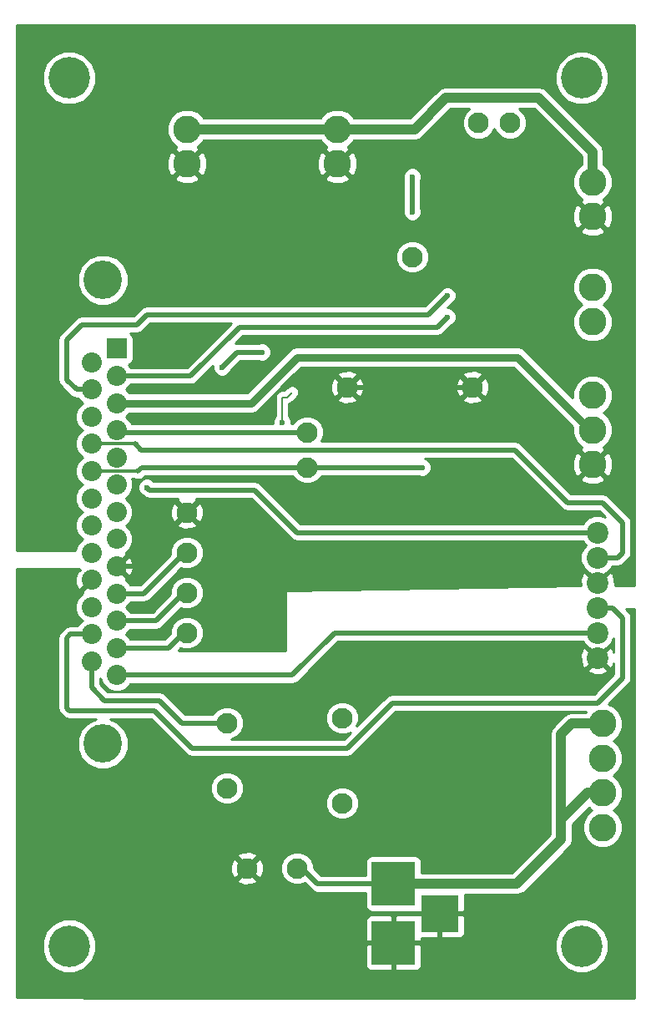
<source format=gbr>
G04 #@! TF.FileFunction,Copper,L2,Bot,Signal*
%FSLAX46Y46*%
G04 Gerber Fmt 4.6, Leading zero omitted, Abs format (unit mm)*
G04 Created by KiCad (PCBNEW 4.0.6) date 11/29/17 10:44:29*
%MOMM*%
%LPD*%
G01*
G04 APERTURE LIST*
%ADD10C,0.100000*%
%ADD11C,4.200000*%
%ADD12C,2.100000*%
%ADD13R,4.400000X4.400000*%
%ADD14R,3.800000X3.800000*%
%ADD15C,2.800000*%
%ADD16C,2.200000*%
%ADD17C,3.900000*%
%ADD18C,2.040000*%
%ADD19R,2.040000X2.020000*%
%ADD20C,0.600000*%
%ADD21C,0.150000*%
%ADD22C,0.500000*%
%ADD23C,1.000000*%
%ADD24C,0.300000*%
%ADD25C,0.800000*%
%ADD26C,0.200000*%
%ADD27C,0.254000*%
G04 APERTURE END LIST*
D10*
D11*
X109144000Y-55003000D03*
D12*
X69088000Y-107188000D03*
X69088000Y-111252000D03*
X69088000Y-103124000D03*
X80264000Y-135128000D03*
X75184000Y-135128000D03*
X69088000Y-99060000D03*
X98679000Y-59563000D03*
X101854000Y-59563000D03*
X91948000Y-73152000D03*
X98044000Y-86360000D03*
X85344000Y-86360000D03*
X81280000Y-94488000D03*
X81280000Y-90932000D03*
X84836000Y-128524000D03*
X84836000Y-119888000D03*
X73152000Y-127000000D03*
X73152000Y-120396000D03*
D13*
X90047000Y-136700000D03*
X90047000Y-142700000D03*
D14*
X94742000Y-139700000D03*
D11*
X57144000Y-143003000D03*
X57144000Y-55003000D03*
X109144000Y-143003000D03*
D15*
X110236000Y-65560000D03*
X110236000Y-69060000D03*
X110236000Y-76228000D03*
X110236000Y-79728000D03*
X110236000Y-87178000D03*
X110236000Y-90678000D03*
X110236000Y-94178000D03*
D16*
X110744000Y-108712000D03*
X110744000Y-106172000D03*
X110744000Y-111252000D03*
X110744000Y-103632000D03*
X110744000Y-113792000D03*
X110744000Y-101092000D03*
D15*
X111252000Y-127480000D03*
X111252000Y-123980000D03*
X111252000Y-130980000D03*
X111252000Y-120480000D03*
X69088000Y-60226000D03*
X69088000Y-63726000D03*
X84328000Y-60226000D03*
X84328000Y-63726000D03*
D17*
X60570920Y-75495000D03*
X60570920Y-122511000D03*
D18*
X61970920Y-115551000D03*
X61970920Y-112793000D03*
X61970920Y-110035000D03*
X61970920Y-107277000D03*
X61970920Y-104519000D03*
X61970920Y-101761000D03*
X61970920Y-99003000D03*
X61970920Y-96245000D03*
X61970920Y-93487000D03*
X61970920Y-90729000D03*
X61970920Y-87971000D03*
X61970920Y-85213000D03*
D19*
X61970920Y-82455000D03*
D18*
X59430920Y-114172000D03*
X59430920Y-111414000D03*
X59430920Y-108656000D03*
X59430920Y-105898000D03*
X59430920Y-103140000D03*
X59430920Y-100382000D03*
X59430920Y-97624000D03*
X59430920Y-94866000D03*
X59430920Y-92108000D03*
X59430920Y-89350000D03*
X59430920Y-86592000D03*
X59430920Y-83834000D03*
D20*
X78740000Y-89916000D03*
X99060000Y-127508000D03*
X99060000Y-124460000D03*
X99060000Y-131318000D03*
X99060000Y-119888000D03*
X82804000Y-134620000D03*
X82804000Y-132588000D03*
X85852000Y-132588000D03*
X88900000Y-132588000D03*
X83820000Y-125984000D03*
X83820000Y-124460000D03*
X86360000Y-124460000D03*
X88900000Y-124460000D03*
X70612000Y-76200000D03*
X75692000Y-76200000D03*
X78740000Y-76200000D03*
X70612000Y-81280000D03*
X89281000Y-70866000D03*
X90678000Y-75692000D03*
X99695000Y-65659000D03*
X81280000Y-72136000D03*
X78740000Y-72136000D03*
X78740000Y-74168000D03*
X81280000Y-74168000D03*
X81280000Y-76200000D03*
X75184000Y-103124000D03*
X75184000Y-104648000D03*
X70612000Y-105156000D03*
X77724000Y-106172000D03*
X80264000Y-103124000D03*
X82296000Y-103124000D03*
X82296000Y-105664000D03*
X80264000Y-105664000D03*
X99568000Y-103124000D03*
X99568000Y-105664000D03*
X97028000Y-105664000D03*
X97028000Y-103124000D03*
X94488000Y-103124000D03*
X94488000Y-105664000D03*
X91948000Y-105664000D03*
X91948000Y-103124000D03*
X72644000Y-84328000D03*
X76708000Y-82804000D03*
X91948000Y-65024000D03*
X91948000Y-68580000D03*
X95504000Y-77089000D03*
X95504000Y-79248000D03*
X65024000Y-96520000D03*
X92964000Y-94488000D03*
D21*
X79756000Y-86868000D02*
X79248000Y-87376000D01*
X78740000Y-87376000D02*
X78740000Y-89916000D01*
X79248000Y-87376000D02*
X78740000Y-87376000D01*
D22*
X99060000Y-131318000D02*
X99060000Y-127508000D01*
X99060000Y-127508000D02*
X99060000Y-124460000D01*
X99060000Y-119888000D02*
X99060000Y-124460000D01*
X99060000Y-124460000D02*
X88900000Y-124460000D01*
X82804000Y-132588000D02*
X82804000Y-134620000D01*
X88900000Y-132588000D02*
X85852000Y-132588000D01*
X83820000Y-124460000D02*
X83820000Y-125984000D01*
X88900000Y-124460000D02*
X86360000Y-124460000D01*
D23*
X107047000Y-131064000D02*
X107047000Y-130189000D01*
X109756000Y-127480000D02*
X111252000Y-127480000D01*
X107047000Y-130189000D02*
X109756000Y-127480000D01*
X107047000Y-124685000D02*
X107047000Y-121553000D01*
X108120000Y-120480000D02*
X111252000Y-120480000D01*
X107047000Y-121553000D02*
X108120000Y-120480000D01*
D22*
X80264000Y-135128000D02*
X80772000Y-135128000D01*
X80772000Y-135128000D02*
X82344000Y-136700000D01*
X90047000Y-136700000D02*
X82344000Y-136700000D01*
X89999000Y-136652000D02*
X90047000Y-136700000D01*
D23*
X90047000Y-136700000D02*
X102540000Y-136700000D01*
X102540000Y-136700000D02*
X107047000Y-132193000D01*
X107047000Y-132193000D02*
X107047000Y-131064000D01*
X107047000Y-131064000D02*
X107047000Y-124685000D01*
D22*
X61970920Y-107277000D02*
X64723000Y-107277000D01*
X64723000Y-107277000D02*
X69000000Y-103000000D01*
X78740000Y-76200000D02*
X81280000Y-76200000D01*
X70612000Y-76200000D02*
X75692000Y-76200000D01*
X89281000Y-70866000D02*
X94488000Y-70866000D01*
X90678000Y-75438000D02*
X89281000Y-74041000D01*
X89281000Y-74041000D02*
X89281000Y-70866000D01*
X81280000Y-76200000D02*
X90170000Y-76200000D01*
X90170000Y-76200000D02*
X90678000Y-75692000D01*
X90678000Y-75692000D02*
X90678000Y-75438000D01*
X94488000Y-70866000D02*
X99695000Y-65659000D01*
X81280000Y-72136000D02*
X78740000Y-72136000D01*
X78740000Y-74168000D02*
X81280000Y-74168000D01*
D24*
X75184000Y-104648000D02*
X75184000Y-103124000D01*
D22*
X82296000Y-103124000D02*
X80264000Y-103124000D01*
X80264000Y-105664000D02*
X82296000Y-105664000D01*
X99568000Y-105664000D02*
X99568000Y-103124000D01*
X97028000Y-103124000D02*
X97028000Y-105664000D01*
X94488000Y-105664000D02*
X94488000Y-103124000D01*
X91948000Y-103124000D02*
X91948000Y-105664000D01*
X85344000Y-86360000D02*
X98044000Y-86360000D01*
X61970920Y-104519000D02*
X63629000Y-104519000D01*
X63629000Y-104519000D02*
X69088000Y-99060000D01*
X74168000Y-82804000D02*
X72644000Y-84328000D01*
X76708000Y-82804000D02*
X74168000Y-82804000D01*
X91948000Y-68580000D02*
X91948000Y-65024000D01*
X61970920Y-112793000D02*
X67207000Y-112793000D01*
X67207000Y-112793000D02*
X69000000Y-111000000D01*
X61970920Y-110035000D02*
X65965000Y-110035000D01*
X65965000Y-110035000D02*
X69000000Y-107000000D01*
X93599000Y-78994000D02*
X92964000Y-78994000D01*
X95504000Y-77089000D02*
X93599000Y-78994000D01*
X75184000Y-78994000D02*
X65024000Y-78994000D01*
X92964000Y-78994000D02*
X75184000Y-78994000D01*
X56896000Y-85598000D02*
X57890000Y-86592000D01*
X56896000Y-81534000D02*
X56896000Y-85598000D01*
X58420000Y-80010000D02*
X56896000Y-81534000D01*
X64008000Y-80010000D02*
X58420000Y-80010000D01*
X57890000Y-86592000D02*
X59430920Y-86592000D01*
X65024000Y-78994000D02*
X64008000Y-80010000D01*
X94488000Y-80264000D02*
X93980000Y-80264000D01*
X95504000Y-79248000D02*
X94488000Y-80264000D01*
X61970920Y-85213000D02*
X69473000Y-85213000D01*
X69473000Y-85213000D02*
X74422000Y-80264000D01*
X74422000Y-80264000D02*
X93980000Y-80264000D01*
X110744000Y-111252000D02*
X84074000Y-111252000D01*
X84074000Y-111252000D02*
X79775000Y-115551000D01*
X79775000Y-115551000D02*
X61970920Y-115551000D01*
X81280000Y-90932000D02*
X62173920Y-90932000D01*
X62173920Y-90932000D02*
X61970920Y-90729000D01*
D25*
X110236000Y-90678000D02*
X109982000Y-90678000D01*
X109982000Y-90678000D02*
X102616000Y-83312000D01*
X75605000Y-87971000D02*
X61970920Y-87971000D01*
X80264000Y-83312000D02*
X75605000Y-87971000D01*
X102616000Y-83312000D02*
X80264000Y-83312000D01*
D22*
X73660000Y-96774000D02*
X75946000Y-96774000D01*
X80264000Y-101092000D02*
X102616000Y-101092000D01*
X75946000Y-96774000D02*
X80264000Y-101092000D01*
X73660000Y-96774000D02*
X65278000Y-96774000D01*
X65278000Y-96774000D02*
X65024000Y-96520000D01*
X110744000Y-101092000D02*
X102616000Y-101092000D01*
X59430920Y-114172000D02*
X59430920Y-116834920D01*
X59430920Y-116834920D02*
X60706000Y-118110000D01*
X66294000Y-118110000D02*
X68580000Y-120396000D01*
X60706000Y-118110000D02*
X66294000Y-118110000D01*
X68580000Y-120396000D02*
X73152000Y-120396000D01*
X110744000Y-108712000D02*
X112268000Y-108712000D01*
X57242000Y-111414000D02*
X59430920Y-111414000D01*
X56896000Y-111760000D02*
X57242000Y-111414000D01*
X56896000Y-118872000D02*
X56896000Y-111760000D01*
X57150000Y-119126000D02*
X56896000Y-118872000D01*
X65786000Y-119126000D02*
X57150000Y-119126000D01*
X69596000Y-122936000D02*
X65786000Y-119126000D01*
X85344000Y-122936000D02*
X69596000Y-122936000D01*
X89916000Y-118364000D02*
X85344000Y-122936000D01*
X110744000Y-118364000D02*
X89916000Y-118364000D01*
X113284000Y-115824000D02*
X110744000Y-118364000D01*
X113284000Y-109728000D02*
X113284000Y-115824000D01*
X112268000Y-108712000D02*
X113284000Y-109728000D01*
D26*
X59522920Y-111506000D02*
X59430920Y-111414000D01*
D22*
X77724000Y-94488000D02*
X64516000Y-94488000D01*
X64516000Y-94488000D02*
X64138000Y-94866000D01*
D24*
X59430920Y-94866000D02*
X64138000Y-94866000D01*
D22*
X77724000Y-94488000D02*
X81280000Y-94488000D01*
X81280000Y-94488000D02*
X92964000Y-94488000D01*
X102108000Y-92710000D02*
X102362000Y-92710000D01*
X102362000Y-92710000D02*
X103632000Y-93980000D01*
X103632000Y-93980000D02*
X107188000Y-97536000D01*
X112776000Y-103632000D02*
X110744000Y-103632000D01*
X107188000Y-97536000D02*
X107696000Y-98044000D01*
X107696000Y-98044000D02*
X111252000Y-98044000D01*
X111252000Y-98044000D02*
X113284000Y-100076000D01*
X113284000Y-100076000D02*
X113284000Y-103124000D01*
X113284000Y-103124000D02*
X112776000Y-103632000D01*
D24*
X59430920Y-92108000D02*
X63848000Y-92108000D01*
D22*
X64450000Y-92710000D02*
X102108000Y-92710000D01*
X63848000Y-92108000D02*
X64450000Y-92710000D01*
D23*
X84328000Y-60226000D02*
X92174000Y-60226000D01*
X110236000Y-62484000D02*
X110236000Y-65560000D01*
X104775000Y-57023000D02*
X110236000Y-62484000D01*
X95377000Y-57023000D02*
X104775000Y-57023000D01*
X92174000Y-60226000D02*
X95377000Y-57023000D01*
X69088000Y-60226000D02*
X84328000Y-60226000D01*
X84419500Y-60134500D02*
X84328000Y-60226000D01*
D27*
G36*
X58149687Y-104796375D02*
X58263918Y-104910606D01*
X57994989Y-105011716D01*
X57765126Y-105628687D01*
X57788866Y-106286659D01*
X57994989Y-106784284D01*
X58263919Y-106885395D01*
X59251315Y-105898000D01*
X59237172Y-105883858D01*
X59309000Y-105812030D01*
X59309000Y-106199525D01*
X58443525Y-107065001D01*
X58511300Y-107245267D01*
X58494663Y-107252141D01*
X58028698Y-107717294D01*
X57776208Y-108325356D01*
X57775634Y-108983756D01*
X58027061Y-109592257D01*
X58469396Y-110035364D01*
X58028698Y-110475294D01*
X58006397Y-110529000D01*
X57242005Y-110529000D01*
X57242000Y-110528999D01*
X56959516Y-110585190D01*
X56903325Y-110596367D01*
X56616210Y-110788210D01*
X56616208Y-110788213D01*
X56270210Y-111134210D01*
X56078367Y-111421325D01*
X56078367Y-111421326D01*
X56010999Y-111760000D01*
X56011000Y-111760005D01*
X56011000Y-118871995D01*
X56010999Y-118872000D01*
X56035466Y-118995000D01*
X56078367Y-119210675D01*
X56155264Y-119325760D01*
X56270210Y-119497790D01*
X56524208Y-119751787D01*
X56524210Y-119751790D01*
X56784265Y-119925552D01*
X56811325Y-119943633D01*
X57150000Y-120011001D01*
X57150005Y-120011000D01*
X59852188Y-120011000D01*
X59108548Y-120318266D01*
X58380742Y-121044803D01*
X57986370Y-121994556D01*
X57985472Y-123022932D01*
X58378186Y-123973372D01*
X59104723Y-124701178D01*
X60054476Y-125095550D01*
X61082852Y-125096448D01*
X62033292Y-124703734D01*
X62761098Y-123977197D01*
X63155470Y-123027444D01*
X63156368Y-121999068D01*
X62763654Y-121048628D01*
X62037117Y-120320822D01*
X61290983Y-120011000D01*
X65419420Y-120011000D01*
X68970208Y-123561787D01*
X68970210Y-123561790D01*
X69257325Y-123753633D01*
X69313516Y-123764810D01*
X69596000Y-123821001D01*
X69596005Y-123821000D01*
X85343995Y-123821000D01*
X85344000Y-123821001D01*
X85626484Y-123764810D01*
X85682675Y-123753633D01*
X85969790Y-123561790D01*
X90282579Y-119249000D01*
X109604711Y-119249000D01*
X109527817Y-119325760D01*
X109519828Y-119345000D01*
X108120000Y-119345000D01*
X107685654Y-119431397D01*
X107465698Y-119578367D01*
X107317434Y-119677434D01*
X106244434Y-120750434D01*
X105998397Y-121118654D01*
X105912000Y-121553000D01*
X105912000Y-131722867D01*
X102069868Y-135565000D01*
X92894440Y-135565000D01*
X92894440Y-134500000D01*
X92850162Y-134264683D01*
X92711090Y-134048559D01*
X92498890Y-133903569D01*
X92247000Y-133852560D01*
X87847000Y-133852560D01*
X87611683Y-133896838D01*
X87395559Y-134035910D01*
X87250569Y-134248110D01*
X87199560Y-134500000D01*
X87199560Y-135815000D01*
X82710579Y-135815000D01*
X81949066Y-135053486D01*
X81949292Y-134794303D01*
X81693306Y-134174771D01*
X81219722Y-133700360D01*
X80600638Y-133443293D01*
X79930303Y-133442708D01*
X79310771Y-133698694D01*
X78836360Y-134172278D01*
X78579293Y-134791362D01*
X78578708Y-135461697D01*
X78834694Y-136081229D01*
X79308278Y-136555640D01*
X79927362Y-136812707D01*
X80597697Y-136813292D01*
X81027940Y-136635519D01*
X81718208Y-137325787D01*
X81718210Y-137325790D01*
X82005325Y-137517633D01*
X82061516Y-137528810D01*
X82344000Y-137585001D01*
X82344005Y-137585000D01*
X87199560Y-137585000D01*
X87199560Y-138900000D01*
X87243838Y-139135317D01*
X87382910Y-139351441D01*
X87595110Y-139496431D01*
X87847000Y-139547440D01*
X92247000Y-139547440D01*
X92325432Y-139532682D01*
X92365750Y-139573000D01*
X94615000Y-139573000D01*
X94615000Y-139553000D01*
X94869000Y-139553000D01*
X94869000Y-139573000D01*
X97118250Y-139573000D01*
X97277000Y-139414250D01*
X97277000Y-137835000D01*
X102540000Y-137835000D01*
X102974346Y-137748603D01*
X103342566Y-137502566D01*
X107849567Y-132995566D01*
X108095604Y-132627345D01*
X108182000Y-132193000D01*
X108182000Y-130659132D01*
X109867556Y-128973577D01*
X110097760Y-129204183D01*
X110159161Y-129229679D01*
X110100771Y-129253805D01*
X109527817Y-129825760D01*
X109217354Y-130573438D01*
X109216648Y-131383011D01*
X109525805Y-132131229D01*
X110097760Y-132704183D01*
X110845438Y-133014646D01*
X111655011Y-133015352D01*
X112403229Y-132706195D01*
X112976183Y-132134240D01*
X113286646Y-131386562D01*
X113287352Y-130576989D01*
X112978195Y-129828771D01*
X112406240Y-129255817D01*
X112344839Y-129230321D01*
X112403229Y-129206195D01*
X112976183Y-128634240D01*
X113286646Y-127886562D01*
X113287352Y-127076989D01*
X112978195Y-126328771D01*
X112406240Y-125755817D01*
X112344839Y-125730321D01*
X112403229Y-125706195D01*
X112976183Y-125134240D01*
X113286646Y-124386562D01*
X113287352Y-123576989D01*
X112978195Y-122828771D01*
X112406240Y-122255817D01*
X112344839Y-122230321D01*
X112403229Y-122206195D01*
X112976183Y-121634240D01*
X113286646Y-120886562D01*
X113287352Y-120076989D01*
X112978195Y-119328771D01*
X112406240Y-118755817D01*
X111839213Y-118520367D01*
X113909787Y-116449792D01*
X113909790Y-116449790D01*
X114101633Y-116162675D01*
X114169000Y-115824000D01*
X114169000Y-109728005D01*
X114169001Y-109728000D01*
X114101633Y-109389326D01*
X114101633Y-109389325D01*
X113909790Y-109102210D01*
X113909787Y-109102208D01*
X113646579Y-108839000D01*
X114459000Y-108839000D01*
X114459000Y-148318000D01*
X65332516Y-148318000D01*
X51829000Y-148209101D01*
X51829000Y-143544638D01*
X54408526Y-143544638D01*
X54824028Y-144550229D01*
X55592724Y-145320268D01*
X56597588Y-145737524D01*
X57685638Y-145738474D01*
X58691229Y-145322972D01*
X59461268Y-144554276D01*
X59878524Y-143549412D01*
X59879016Y-142985750D01*
X87212000Y-142985750D01*
X87212000Y-145026309D01*
X87308673Y-145259698D01*
X87487301Y-145438327D01*
X87720690Y-145535000D01*
X89761250Y-145535000D01*
X89920000Y-145376250D01*
X89920000Y-142827000D01*
X90174000Y-142827000D01*
X90174000Y-145376250D01*
X90332750Y-145535000D01*
X92373310Y-145535000D01*
X92606699Y-145438327D01*
X92785327Y-145259698D01*
X92882000Y-145026309D01*
X92882000Y-143544638D01*
X106408526Y-143544638D01*
X106824028Y-144550229D01*
X107592724Y-145320268D01*
X108597588Y-145737524D01*
X109685638Y-145738474D01*
X110691229Y-145322972D01*
X111461268Y-144554276D01*
X111878524Y-143549412D01*
X111879474Y-142461362D01*
X111463972Y-141455771D01*
X110695276Y-140685732D01*
X109690412Y-140268476D01*
X108602362Y-140267526D01*
X107596771Y-140683028D01*
X106826732Y-141451724D01*
X106409476Y-142456588D01*
X106408526Y-143544638D01*
X92882000Y-143544638D01*
X92882000Y-142985750D01*
X92723250Y-142827000D01*
X90174000Y-142827000D01*
X89920000Y-142827000D01*
X87370750Y-142827000D01*
X87212000Y-142985750D01*
X59879016Y-142985750D01*
X59879474Y-142461362D01*
X59463972Y-141455771D01*
X58695276Y-140685732D01*
X57943798Y-140373691D01*
X87212000Y-140373691D01*
X87212000Y-142414250D01*
X87370750Y-142573000D01*
X89920000Y-142573000D01*
X89920000Y-140023750D01*
X90174000Y-140023750D01*
X90174000Y-142573000D01*
X92723250Y-142573000D01*
X92882000Y-142414250D01*
X92882000Y-142235000D01*
X94456250Y-142235000D01*
X94615000Y-142076250D01*
X94615000Y-139827000D01*
X94869000Y-139827000D01*
X94869000Y-142076250D01*
X95027750Y-142235000D01*
X96768310Y-142235000D01*
X97001699Y-142138327D01*
X97180327Y-141959698D01*
X97277000Y-141726309D01*
X97277000Y-139985750D01*
X97118250Y-139827000D01*
X94869000Y-139827000D01*
X94615000Y-139827000D01*
X92365750Y-139827000D01*
X92327750Y-139865000D01*
X90332750Y-139865000D01*
X90174000Y-140023750D01*
X89920000Y-140023750D01*
X89761250Y-139865000D01*
X87720690Y-139865000D01*
X87487301Y-139961673D01*
X87308673Y-140140302D01*
X87212000Y-140373691D01*
X57943798Y-140373691D01*
X57690412Y-140268476D01*
X56602362Y-140267526D01*
X55596771Y-140683028D01*
X54826732Y-141451724D01*
X54409476Y-142456588D01*
X54408526Y-143544638D01*
X51829000Y-143544638D01*
X51829000Y-136316703D01*
X74174902Y-136316703D01*
X74279687Y-136588745D01*
X74907526Y-136823619D01*
X75577456Y-136800349D01*
X76088313Y-136588745D01*
X76193098Y-136316703D01*
X75184000Y-135307605D01*
X74174902Y-136316703D01*
X51829000Y-136316703D01*
X51829000Y-134851526D01*
X73488381Y-134851526D01*
X73511651Y-135521456D01*
X73723255Y-136032313D01*
X73995297Y-136137098D01*
X75004395Y-135128000D01*
X75363605Y-135128000D01*
X76372703Y-136137098D01*
X76644745Y-136032313D01*
X76879619Y-135404474D01*
X76856349Y-134734544D01*
X76644745Y-134223687D01*
X76372703Y-134118902D01*
X75363605Y-135128000D01*
X75004395Y-135128000D01*
X73995297Y-134118902D01*
X73723255Y-134223687D01*
X73488381Y-134851526D01*
X51829000Y-134851526D01*
X51829000Y-133939297D01*
X74174902Y-133939297D01*
X75184000Y-134948395D01*
X76193098Y-133939297D01*
X76088313Y-133667255D01*
X75460474Y-133432381D01*
X74790544Y-133455651D01*
X74279687Y-133667255D01*
X74174902Y-133939297D01*
X51829000Y-133939297D01*
X51829000Y-128857697D01*
X83150708Y-128857697D01*
X83406694Y-129477229D01*
X83880278Y-129951640D01*
X84499362Y-130208707D01*
X85169697Y-130209292D01*
X85789229Y-129953306D01*
X86263640Y-129479722D01*
X86520707Y-128860638D01*
X86521292Y-128190303D01*
X86265306Y-127570771D01*
X85791722Y-127096360D01*
X85172638Y-126839293D01*
X84502303Y-126838708D01*
X83882771Y-127094694D01*
X83408360Y-127568278D01*
X83151293Y-128187362D01*
X83150708Y-128857697D01*
X51829000Y-128857697D01*
X51829000Y-127333697D01*
X71466708Y-127333697D01*
X71722694Y-127953229D01*
X72196278Y-128427640D01*
X72815362Y-128684707D01*
X73485697Y-128685292D01*
X74105229Y-128429306D01*
X74579640Y-127955722D01*
X74836707Y-127336638D01*
X74837292Y-126666303D01*
X74581306Y-126046771D01*
X74107722Y-125572360D01*
X73488638Y-125315293D01*
X72818303Y-125314708D01*
X72198771Y-125570694D01*
X71724360Y-126044278D01*
X71467293Y-126663362D01*
X71466708Y-127333697D01*
X51829000Y-127333697D01*
X51829000Y-104775000D01*
X58171062Y-104775000D01*
X58149687Y-104796375D01*
X58149687Y-104796375D01*
G37*
X58149687Y-104796375D02*
X58263918Y-104910606D01*
X57994989Y-105011716D01*
X57765126Y-105628687D01*
X57788866Y-106286659D01*
X57994989Y-106784284D01*
X58263919Y-106885395D01*
X59251315Y-105898000D01*
X59237172Y-105883858D01*
X59309000Y-105812030D01*
X59309000Y-106199525D01*
X58443525Y-107065001D01*
X58511300Y-107245267D01*
X58494663Y-107252141D01*
X58028698Y-107717294D01*
X57776208Y-108325356D01*
X57775634Y-108983756D01*
X58027061Y-109592257D01*
X58469396Y-110035364D01*
X58028698Y-110475294D01*
X58006397Y-110529000D01*
X57242005Y-110529000D01*
X57242000Y-110528999D01*
X56959516Y-110585190D01*
X56903325Y-110596367D01*
X56616210Y-110788210D01*
X56616208Y-110788213D01*
X56270210Y-111134210D01*
X56078367Y-111421325D01*
X56078367Y-111421326D01*
X56010999Y-111760000D01*
X56011000Y-111760005D01*
X56011000Y-118871995D01*
X56010999Y-118872000D01*
X56035466Y-118995000D01*
X56078367Y-119210675D01*
X56155264Y-119325760D01*
X56270210Y-119497790D01*
X56524208Y-119751787D01*
X56524210Y-119751790D01*
X56784265Y-119925552D01*
X56811325Y-119943633D01*
X57150000Y-120011001D01*
X57150005Y-120011000D01*
X59852188Y-120011000D01*
X59108548Y-120318266D01*
X58380742Y-121044803D01*
X57986370Y-121994556D01*
X57985472Y-123022932D01*
X58378186Y-123973372D01*
X59104723Y-124701178D01*
X60054476Y-125095550D01*
X61082852Y-125096448D01*
X62033292Y-124703734D01*
X62761098Y-123977197D01*
X63155470Y-123027444D01*
X63156368Y-121999068D01*
X62763654Y-121048628D01*
X62037117Y-120320822D01*
X61290983Y-120011000D01*
X65419420Y-120011000D01*
X68970208Y-123561787D01*
X68970210Y-123561790D01*
X69257325Y-123753633D01*
X69313516Y-123764810D01*
X69596000Y-123821001D01*
X69596005Y-123821000D01*
X85343995Y-123821000D01*
X85344000Y-123821001D01*
X85626484Y-123764810D01*
X85682675Y-123753633D01*
X85969790Y-123561790D01*
X90282579Y-119249000D01*
X109604711Y-119249000D01*
X109527817Y-119325760D01*
X109519828Y-119345000D01*
X108120000Y-119345000D01*
X107685654Y-119431397D01*
X107465698Y-119578367D01*
X107317434Y-119677434D01*
X106244434Y-120750434D01*
X105998397Y-121118654D01*
X105912000Y-121553000D01*
X105912000Y-131722867D01*
X102069868Y-135565000D01*
X92894440Y-135565000D01*
X92894440Y-134500000D01*
X92850162Y-134264683D01*
X92711090Y-134048559D01*
X92498890Y-133903569D01*
X92247000Y-133852560D01*
X87847000Y-133852560D01*
X87611683Y-133896838D01*
X87395559Y-134035910D01*
X87250569Y-134248110D01*
X87199560Y-134500000D01*
X87199560Y-135815000D01*
X82710579Y-135815000D01*
X81949066Y-135053486D01*
X81949292Y-134794303D01*
X81693306Y-134174771D01*
X81219722Y-133700360D01*
X80600638Y-133443293D01*
X79930303Y-133442708D01*
X79310771Y-133698694D01*
X78836360Y-134172278D01*
X78579293Y-134791362D01*
X78578708Y-135461697D01*
X78834694Y-136081229D01*
X79308278Y-136555640D01*
X79927362Y-136812707D01*
X80597697Y-136813292D01*
X81027940Y-136635519D01*
X81718208Y-137325787D01*
X81718210Y-137325790D01*
X82005325Y-137517633D01*
X82061516Y-137528810D01*
X82344000Y-137585001D01*
X82344005Y-137585000D01*
X87199560Y-137585000D01*
X87199560Y-138900000D01*
X87243838Y-139135317D01*
X87382910Y-139351441D01*
X87595110Y-139496431D01*
X87847000Y-139547440D01*
X92247000Y-139547440D01*
X92325432Y-139532682D01*
X92365750Y-139573000D01*
X94615000Y-139573000D01*
X94615000Y-139553000D01*
X94869000Y-139553000D01*
X94869000Y-139573000D01*
X97118250Y-139573000D01*
X97277000Y-139414250D01*
X97277000Y-137835000D01*
X102540000Y-137835000D01*
X102974346Y-137748603D01*
X103342566Y-137502566D01*
X107849567Y-132995566D01*
X108095604Y-132627345D01*
X108182000Y-132193000D01*
X108182000Y-130659132D01*
X109867556Y-128973577D01*
X110097760Y-129204183D01*
X110159161Y-129229679D01*
X110100771Y-129253805D01*
X109527817Y-129825760D01*
X109217354Y-130573438D01*
X109216648Y-131383011D01*
X109525805Y-132131229D01*
X110097760Y-132704183D01*
X110845438Y-133014646D01*
X111655011Y-133015352D01*
X112403229Y-132706195D01*
X112976183Y-132134240D01*
X113286646Y-131386562D01*
X113287352Y-130576989D01*
X112978195Y-129828771D01*
X112406240Y-129255817D01*
X112344839Y-129230321D01*
X112403229Y-129206195D01*
X112976183Y-128634240D01*
X113286646Y-127886562D01*
X113287352Y-127076989D01*
X112978195Y-126328771D01*
X112406240Y-125755817D01*
X112344839Y-125730321D01*
X112403229Y-125706195D01*
X112976183Y-125134240D01*
X113286646Y-124386562D01*
X113287352Y-123576989D01*
X112978195Y-122828771D01*
X112406240Y-122255817D01*
X112344839Y-122230321D01*
X112403229Y-122206195D01*
X112976183Y-121634240D01*
X113286646Y-120886562D01*
X113287352Y-120076989D01*
X112978195Y-119328771D01*
X112406240Y-118755817D01*
X111839213Y-118520367D01*
X113909787Y-116449792D01*
X113909790Y-116449790D01*
X114101633Y-116162675D01*
X114169000Y-115824000D01*
X114169000Y-109728005D01*
X114169001Y-109728000D01*
X114101633Y-109389326D01*
X114101633Y-109389325D01*
X113909790Y-109102210D01*
X113909787Y-109102208D01*
X113646579Y-108839000D01*
X114459000Y-108839000D01*
X114459000Y-148318000D01*
X65332516Y-148318000D01*
X51829000Y-148209101D01*
X51829000Y-143544638D01*
X54408526Y-143544638D01*
X54824028Y-144550229D01*
X55592724Y-145320268D01*
X56597588Y-145737524D01*
X57685638Y-145738474D01*
X58691229Y-145322972D01*
X59461268Y-144554276D01*
X59878524Y-143549412D01*
X59879016Y-142985750D01*
X87212000Y-142985750D01*
X87212000Y-145026309D01*
X87308673Y-145259698D01*
X87487301Y-145438327D01*
X87720690Y-145535000D01*
X89761250Y-145535000D01*
X89920000Y-145376250D01*
X89920000Y-142827000D01*
X90174000Y-142827000D01*
X90174000Y-145376250D01*
X90332750Y-145535000D01*
X92373310Y-145535000D01*
X92606699Y-145438327D01*
X92785327Y-145259698D01*
X92882000Y-145026309D01*
X92882000Y-143544638D01*
X106408526Y-143544638D01*
X106824028Y-144550229D01*
X107592724Y-145320268D01*
X108597588Y-145737524D01*
X109685638Y-145738474D01*
X110691229Y-145322972D01*
X111461268Y-144554276D01*
X111878524Y-143549412D01*
X111879474Y-142461362D01*
X111463972Y-141455771D01*
X110695276Y-140685732D01*
X109690412Y-140268476D01*
X108602362Y-140267526D01*
X107596771Y-140683028D01*
X106826732Y-141451724D01*
X106409476Y-142456588D01*
X106408526Y-143544638D01*
X92882000Y-143544638D01*
X92882000Y-142985750D01*
X92723250Y-142827000D01*
X90174000Y-142827000D01*
X89920000Y-142827000D01*
X87370750Y-142827000D01*
X87212000Y-142985750D01*
X59879016Y-142985750D01*
X59879474Y-142461362D01*
X59463972Y-141455771D01*
X58695276Y-140685732D01*
X57943798Y-140373691D01*
X87212000Y-140373691D01*
X87212000Y-142414250D01*
X87370750Y-142573000D01*
X89920000Y-142573000D01*
X89920000Y-140023750D01*
X90174000Y-140023750D01*
X90174000Y-142573000D01*
X92723250Y-142573000D01*
X92882000Y-142414250D01*
X92882000Y-142235000D01*
X94456250Y-142235000D01*
X94615000Y-142076250D01*
X94615000Y-139827000D01*
X94869000Y-139827000D01*
X94869000Y-142076250D01*
X95027750Y-142235000D01*
X96768310Y-142235000D01*
X97001699Y-142138327D01*
X97180327Y-141959698D01*
X97277000Y-141726309D01*
X97277000Y-139985750D01*
X97118250Y-139827000D01*
X94869000Y-139827000D01*
X94615000Y-139827000D01*
X92365750Y-139827000D01*
X92327750Y-139865000D01*
X90332750Y-139865000D01*
X90174000Y-140023750D01*
X89920000Y-140023750D01*
X89761250Y-139865000D01*
X87720690Y-139865000D01*
X87487301Y-139961673D01*
X87308673Y-140140302D01*
X87212000Y-140373691D01*
X57943798Y-140373691D01*
X57690412Y-140268476D01*
X56602362Y-140267526D01*
X55596771Y-140683028D01*
X54826732Y-141451724D01*
X54409476Y-142456588D01*
X54408526Y-143544638D01*
X51829000Y-143544638D01*
X51829000Y-136316703D01*
X74174902Y-136316703D01*
X74279687Y-136588745D01*
X74907526Y-136823619D01*
X75577456Y-136800349D01*
X76088313Y-136588745D01*
X76193098Y-136316703D01*
X75184000Y-135307605D01*
X74174902Y-136316703D01*
X51829000Y-136316703D01*
X51829000Y-134851526D01*
X73488381Y-134851526D01*
X73511651Y-135521456D01*
X73723255Y-136032313D01*
X73995297Y-136137098D01*
X75004395Y-135128000D01*
X75363605Y-135128000D01*
X76372703Y-136137098D01*
X76644745Y-136032313D01*
X76879619Y-135404474D01*
X76856349Y-134734544D01*
X76644745Y-134223687D01*
X76372703Y-134118902D01*
X75363605Y-135128000D01*
X75004395Y-135128000D01*
X73995297Y-134118902D01*
X73723255Y-134223687D01*
X73488381Y-134851526D01*
X51829000Y-134851526D01*
X51829000Y-133939297D01*
X74174902Y-133939297D01*
X75184000Y-134948395D01*
X76193098Y-133939297D01*
X76088313Y-133667255D01*
X75460474Y-133432381D01*
X74790544Y-133455651D01*
X74279687Y-133667255D01*
X74174902Y-133939297D01*
X51829000Y-133939297D01*
X51829000Y-128857697D01*
X83150708Y-128857697D01*
X83406694Y-129477229D01*
X83880278Y-129951640D01*
X84499362Y-130208707D01*
X85169697Y-130209292D01*
X85789229Y-129953306D01*
X86263640Y-129479722D01*
X86520707Y-128860638D01*
X86521292Y-128190303D01*
X86265306Y-127570771D01*
X85791722Y-127096360D01*
X85172638Y-126839293D01*
X84502303Y-126838708D01*
X83882771Y-127094694D01*
X83408360Y-127568278D01*
X83151293Y-128187362D01*
X83150708Y-128857697D01*
X51829000Y-128857697D01*
X51829000Y-127333697D01*
X71466708Y-127333697D01*
X71722694Y-127953229D01*
X72196278Y-128427640D01*
X72815362Y-128684707D01*
X73485697Y-128685292D01*
X74105229Y-128429306D01*
X74579640Y-127955722D01*
X74836707Y-127336638D01*
X74837292Y-126666303D01*
X74581306Y-126046771D01*
X74107722Y-125572360D01*
X73488638Y-125315293D01*
X72818303Y-125314708D01*
X72198771Y-125570694D01*
X71724360Y-126044278D01*
X71467293Y-126663362D01*
X71466708Y-127333697D01*
X51829000Y-127333697D01*
X51829000Y-104775000D01*
X58171062Y-104775000D01*
X58149687Y-104796375D01*
G36*
X112399000Y-113226776D02*
X112246099Y-112857641D01*
X111968868Y-112746737D01*
X110923605Y-113792000D01*
X111968868Y-114837263D01*
X112246099Y-114726359D01*
X112399000Y-114320286D01*
X112399000Y-115457421D01*
X110377420Y-117479000D01*
X89916000Y-117479000D01*
X89577325Y-117546367D01*
X89290210Y-117738210D01*
X89290208Y-117738213D01*
X86319696Y-120708724D01*
X86520707Y-120224638D01*
X86521292Y-119554303D01*
X86265306Y-118934771D01*
X85791722Y-118460360D01*
X85172638Y-118203293D01*
X84502303Y-118202708D01*
X83882771Y-118458694D01*
X83408360Y-118932278D01*
X83151293Y-119551362D01*
X83150708Y-120221697D01*
X83406694Y-120841229D01*
X83880278Y-121315640D01*
X84499362Y-121572707D01*
X85169697Y-121573292D01*
X85656111Y-121372309D01*
X84977420Y-122051000D01*
X73559009Y-122051000D01*
X74105229Y-121825306D01*
X74579640Y-121351722D01*
X74836707Y-120732638D01*
X74837292Y-120062303D01*
X74581306Y-119442771D01*
X74107722Y-118968360D01*
X73488638Y-118711293D01*
X72818303Y-118710708D01*
X72198771Y-118966694D01*
X71724360Y-119440278D01*
X71694994Y-119511000D01*
X68946579Y-119511000D01*
X66919790Y-117484210D01*
X66911993Y-117479000D01*
X66632675Y-117292367D01*
X66576484Y-117281190D01*
X66294000Y-117224999D01*
X66293995Y-117225000D01*
X61072579Y-117225000D01*
X60315920Y-116468340D01*
X60315920Y-115879448D01*
X60567061Y-116487257D01*
X61032214Y-116953222D01*
X61640276Y-117205712D01*
X62298676Y-117206286D01*
X62907177Y-116954859D01*
X63373142Y-116489706D01*
X63395443Y-116436000D01*
X79774995Y-116436000D01*
X79775000Y-116436001D01*
X80057484Y-116379810D01*
X80113675Y-116368633D01*
X80400790Y-116176790D01*
X81560711Y-115016868D01*
X109698737Y-115016868D01*
X109809641Y-115294099D01*
X110455593Y-115537323D01*
X111145453Y-115514836D01*
X111678359Y-115294099D01*
X111789263Y-115016868D01*
X110744000Y-113971605D01*
X109698737Y-115016868D01*
X81560711Y-115016868D01*
X83073986Y-113503593D01*
X108998677Y-113503593D01*
X109021164Y-114193453D01*
X109241901Y-114726359D01*
X109519132Y-114837263D01*
X110564395Y-113792000D01*
X109519132Y-112746737D01*
X109241901Y-112857641D01*
X108998677Y-113503593D01*
X83073986Y-113503593D01*
X84440579Y-112137000D01*
X109232402Y-112137000D01*
X109272281Y-112233515D01*
X109759918Y-112722004D01*
X109920139Y-112788534D01*
X110744000Y-113612395D01*
X111567305Y-112789090D01*
X111725515Y-112723719D01*
X112214004Y-112236082D01*
X112399000Y-111790563D01*
X112399000Y-113226776D01*
X112399000Y-113226776D01*
G37*
X112399000Y-113226776D02*
X112246099Y-112857641D01*
X111968868Y-112746737D01*
X110923605Y-113792000D01*
X111968868Y-114837263D01*
X112246099Y-114726359D01*
X112399000Y-114320286D01*
X112399000Y-115457421D01*
X110377420Y-117479000D01*
X89916000Y-117479000D01*
X89577325Y-117546367D01*
X89290210Y-117738210D01*
X89290208Y-117738213D01*
X86319696Y-120708724D01*
X86520707Y-120224638D01*
X86521292Y-119554303D01*
X86265306Y-118934771D01*
X85791722Y-118460360D01*
X85172638Y-118203293D01*
X84502303Y-118202708D01*
X83882771Y-118458694D01*
X83408360Y-118932278D01*
X83151293Y-119551362D01*
X83150708Y-120221697D01*
X83406694Y-120841229D01*
X83880278Y-121315640D01*
X84499362Y-121572707D01*
X85169697Y-121573292D01*
X85656111Y-121372309D01*
X84977420Y-122051000D01*
X73559009Y-122051000D01*
X74105229Y-121825306D01*
X74579640Y-121351722D01*
X74836707Y-120732638D01*
X74837292Y-120062303D01*
X74581306Y-119442771D01*
X74107722Y-118968360D01*
X73488638Y-118711293D01*
X72818303Y-118710708D01*
X72198771Y-118966694D01*
X71724360Y-119440278D01*
X71694994Y-119511000D01*
X68946579Y-119511000D01*
X66919790Y-117484210D01*
X66911993Y-117479000D01*
X66632675Y-117292367D01*
X66576484Y-117281190D01*
X66294000Y-117224999D01*
X66293995Y-117225000D01*
X61072579Y-117225000D01*
X60315920Y-116468340D01*
X60315920Y-115879448D01*
X60567061Y-116487257D01*
X61032214Y-116953222D01*
X61640276Y-117205712D01*
X62298676Y-117206286D01*
X62907177Y-116954859D01*
X63373142Y-116489706D01*
X63395443Y-116436000D01*
X79774995Y-116436000D01*
X79775000Y-116436001D01*
X80057484Y-116379810D01*
X80113675Y-116368633D01*
X80400790Y-116176790D01*
X81560711Y-115016868D01*
X109698737Y-115016868D01*
X109809641Y-115294099D01*
X110455593Y-115537323D01*
X111145453Y-115514836D01*
X111678359Y-115294099D01*
X111789263Y-115016868D01*
X110744000Y-113971605D01*
X109698737Y-115016868D01*
X81560711Y-115016868D01*
X83073986Y-113503593D01*
X108998677Y-113503593D01*
X109021164Y-114193453D01*
X109241901Y-114726359D01*
X109519132Y-114837263D01*
X110564395Y-113792000D01*
X109519132Y-112746737D01*
X109241901Y-112857641D01*
X108998677Y-113503593D01*
X83073986Y-113503593D01*
X84440579Y-112137000D01*
X109232402Y-112137000D01*
X109272281Y-112233515D01*
X109759918Y-112722004D01*
X109920139Y-112788534D01*
X110744000Y-113612395D01*
X111567305Y-112789090D01*
X111725515Y-112723719D01*
X112214004Y-112236082D01*
X112399000Y-111790563D01*
X112399000Y-113226776D01*
G36*
X114459000Y-106430972D02*
X112489281Y-106459111D01*
X112466836Y-105770547D01*
X112246099Y-105237641D01*
X111968868Y-105126737D01*
X110923605Y-106172000D01*
X110937748Y-106186143D01*
X110758143Y-106365748D01*
X110744000Y-106351605D01*
X110729858Y-106365748D01*
X110550253Y-106186143D01*
X110564395Y-106172000D01*
X109519132Y-105126737D01*
X109241901Y-105237641D01*
X108998677Y-105883593D01*
X109019053Y-106508686D01*
X79246186Y-106934013D01*
X79196924Y-106944724D01*
X79155710Y-106973756D01*
X79129038Y-107016536D01*
X79121000Y-107061000D01*
X79121000Y-113030000D01*
X68221580Y-113030000D01*
X68442941Y-112808639D01*
X68751362Y-112936707D01*
X69421697Y-112937292D01*
X70041229Y-112681306D01*
X70515640Y-112207722D01*
X70772707Y-111588638D01*
X70773292Y-110918303D01*
X70517306Y-110298771D01*
X70043722Y-109824360D01*
X69424638Y-109567293D01*
X68754303Y-109566708D01*
X68134771Y-109822694D01*
X67660360Y-110296278D01*
X67403293Y-110915362D01*
X67402918Y-111345503D01*
X66840420Y-111908000D01*
X63395958Y-111908000D01*
X63374779Y-111856743D01*
X62932444Y-111413636D01*
X63373142Y-110973706D01*
X63395443Y-110920000D01*
X65964995Y-110920000D01*
X65965000Y-110920001D01*
X66247484Y-110863810D01*
X66303675Y-110852633D01*
X66590790Y-110660790D01*
X68488163Y-108763417D01*
X68751362Y-108872707D01*
X69421697Y-108873292D01*
X70041229Y-108617306D01*
X70515640Y-108143722D01*
X70772707Y-107524638D01*
X70773292Y-106854303D01*
X70517306Y-106234771D01*
X70043722Y-105760360D01*
X69424638Y-105503293D01*
X68754303Y-105502708D01*
X68134771Y-105758694D01*
X67660360Y-106232278D01*
X67403293Y-106851362D01*
X67402862Y-107345559D01*
X65598420Y-109150000D01*
X63395958Y-109150000D01*
X63374779Y-109098743D01*
X62932444Y-108655636D01*
X63373142Y-108215706D01*
X63395443Y-108162000D01*
X64722995Y-108162000D01*
X64723000Y-108162001D01*
X65005484Y-108105810D01*
X65061675Y-108094633D01*
X65348790Y-107902790D01*
X68533385Y-104718195D01*
X68751362Y-104808707D01*
X69421697Y-104809292D01*
X70041229Y-104553306D01*
X70515640Y-104079722D01*
X70772707Y-103460638D01*
X70773292Y-102790303D01*
X70517306Y-102170771D01*
X70043722Y-101696360D01*
X69424638Y-101439293D01*
X68754303Y-101438708D01*
X68134771Y-101694694D01*
X67660360Y-102168278D01*
X67403293Y-102787362D01*
X67402806Y-103345615D01*
X64356420Y-106392000D01*
X63395958Y-106392000D01*
X63374779Y-106340743D01*
X62909626Y-105874778D01*
X62890349Y-105866773D01*
X62958315Y-105686001D01*
X61970920Y-104698605D01*
X61956778Y-104712748D01*
X61777172Y-104533142D01*
X61791315Y-104519000D01*
X62150525Y-104519000D01*
X63137921Y-105506395D01*
X63406851Y-105405284D01*
X63636714Y-104788313D01*
X63612974Y-104130341D01*
X63406851Y-103632716D01*
X63137921Y-103531605D01*
X62150525Y-104519000D01*
X61791315Y-104519000D01*
X61777172Y-104504858D01*
X61956778Y-104325253D01*
X61970920Y-104339395D01*
X62958315Y-103351999D01*
X62890540Y-103171733D01*
X62907177Y-103164859D01*
X63373142Y-102699706D01*
X63625632Y-102091644D01*
X63626206Y-101433244D01*
X63374779Y-100824743D01*
X62932444Y-100381636D01*
X63065609Y-100248703D01*
X68078902Y-100248703D01*
X68183687Y-100520745D01*
X68811526Y-100755619D01*
X69481456Y-100732349D01*
X69992313Y-100520745D01*
X70097098Y-100248703D01*
X69088000Y-99239605D01*
X68078902Y-100248703D01*
X63065609Y-100248703D01*
X63373142Y-99941706D01*
X63625632Y-99333644D01*
X63626111Y-98783526D01*
X67392381Y-98783526D01*
X67415651Y-99453456D01*
X67627255Y-99964313D01*
X67899297Y-100069098D01*
X68908395Y-99060000D01*
X69267605Y-99060000D01*
X70276703Y-100069098D01*
X70548745Y-99964313D01*
X70783619Y-99336474D01*
X70760349Y-98666544D01*
X70548745Y-98155687D01*
X70276703Y-98050902D01*
X69267605Y-99060000D01*
X68908395Y-99060000D01*
X67899297Y-98050902D01*
X67627255Y-98155687D01*
X67392381Y-98783526D01*
X63626111Y-98783526D01*
X63626206Y-98675244D01*
X63374779Y-98066743D01*
X62932444Y-97623636D01*
X63373142Y-97183706D01*
X63625632Y-96575644D01*
X63626206Y-95917244D01*
X63516196Y-95651000D01*
X63750487Y-95651000D01*
X63799326Y-95683633D01*
X64138000Y-95751001D01*
X64476674Y-95683633D01*
X64763790Y-95491790D01*
X64882580Y-95373000D01*
X79822502Y-95373000D01*
X79850694Y-95441229D01*
X80324278Y-95915640D01*
X80943362Y-96172707D01*
X81613697Y-96173292D01*
X82233229Y-95917306D01*
X82707640Y-95443722D01*
X82737006Y-95373000D01*
X92657178Y-95373000D01*
X92777201Y-95422838D01*
X93149167Y-95423162D01*
X93492943Y-95281117D01*
X93756192Y-95018327D01*
X93898838Y-94674799D01*
X93899162Y-94302833D01*
X93757117Y-93959057D01*
X93494327Y-93695808D01*
X93251556Y-93595000D01*
X101995420Y-93595000D01*
X103006208Y-94605787D01*
X103006210Y-94605790D01*
X106562208Y-98161787D01*
X106562210Y-98161790D01*
X107070208Y-98669787D01*
X107070210Y-98669790D01*
X107357325Y-98861633D01*
X107696000Y-98929000D01*
X110885420Y-98929000D01*
X111472140Y-99515719D01*
X111090627Y-99357301D01*
X110400401Y-99356699D01*
X109762485Y-99620281D01*
X109273996Y-100107918D01*
X109232853Y-100207000D01*
X80630579Y-100207000D01*
X76571790Y-96148210D01*
X76284675Y-95956367D01*
X76228484Y-95945190D01*
X75946000Y-95888999D01*
X75945995Y-95889000D01*
X65715238Y-95889000D01*
X65554327Y-95727808D01*
X65210799Y-95585162D01*
X64838833Y-95584838D01*
X64495057Y-95726883D01*
X64231808Y-95989673D01*
X64089162Y-96333201D01*
X64088838Y-96705167D01*
X64230883Y-97048943D01*
X64493673Y-97312192D01*
X64614987Y-97362566D01*
X64652208Y-97399787D01*
X64652210Y-97399790D01*
X64856064Y-97536000D01*
X64939325Y-97591633D01*
X65278000Y-97659001D01*
X65278005Y-97659000D01*
X68160674Y-97659000D01*
X68078902Y-97871297D01*
X69088000Y-98880395D01*
X70097098Y-97871297D01*
X70015326Y-97659000D01*
X75579420Y-97659000D01*
X79638208Y-101717787D01*
X79638210Y-101717790D01*
X79905968Y-101896699D01*
X79925325Y-101909633D01*
X80264000Y-101977001D01*
X80264005Y-101977000D01*
X109232402Y-101977000D01*
X109272281Y-102073515D01*
X109560338Y-102362075D01*
X109273996Y-102647918D01*
X109009301Y-103285373D01*
X109008699Y-103975599D01*
X109272281Y-104613515D01*
X109759918Y-105102004D01*
X109920139Y-105168534D01*
X110744000Y-105992395D01*
X111567305Y-105169090D01*
X111725515Y-105103719D01*
X112214004Y-104616082D01*
X112255147Y-104517000D01*
X112775995Y-104517000D01*
X112776000Y-104517001D01*
X113058484Y-104460810D01*
X113114675Y-104449633D01*
X113401790Y-104257790D01*
X113909787Y-103749792D01*
X113909790Y-103749790D01*
X114101633Y-103462675D01*
X114169000Y-103124000D01*
X114169000Y-100076005D01*
X114169001Y-100076000D01*
X114101633Y-99737326D01*
X114101633Y-99737325D01*
X113909790Y-99450210D01*
X113909787Y-99450208D01*
X111877790Y-97418210D01*
X111832055Y-97387651D01*
X111590675Y-97226367D01*
X111534484Y-97215190D01*
X111252000Y-97158999D01*
X111251995Y-97159000D01*
X108062580Y-97159000D01*
X107813790Y-96910210D01*
X107813787Y-96910208D01*
X106523304Y-95619724D01*
X108973882Y-95619724D01*
X109121455Y-95928106D01*
X109876031Y-96221405D01*
X110685409Y-96203614D01*
X111350545Y-95928106D01*
X111498118Y-95619724D01*
X110236000Y-94357605D01*
X108973882Y-95619724D01*
X106523304Y-95619724D01*
X104721611Y-93818031D01*
X108192595Y-93818031D01*
X108210386Y-94627409D01*
X108485894Y-95292545D01*
X108794276Y-95440118D01*
X110056395Y-94178000D01*
X110415605Y-94178000D01*
X111677724Y-95440118D01*
X111986106Y-95292545D01*
X112279405Y-94537969D01*
X112261614Y-93728591D01*
X111986106Y-93063455D01*
X111677724Y-92915882D01*
X110415605Y-94178000D01*
X110056395Y-94178000D01*
X108794276Y-92915882D01*
X108485894Y-93063455D01*
X108192595Y-93818031D01*
X104721611Y-93818031D01*
X104257790Y-93354210D01*
X104257787Y-93354208D01*
X102987790Y-92084210D01*
X102986190Y-92083141D01*
X102700675Y-91892367D01*
X102644484Y-91881190D01*
X102362000Y-91824999D01*
X102361995Y-91825000D01*
X82733685Y-91825000D01*
X82964707Y-91268638D01*
X82965292Y-90598303D01*
X82709306Y-89978771D01*
X82235722Y-89504360D01*
X81616638Y-89247293D01*
X80946303Y-89246708D01*
X80326771Y-89502694D01*
X79852360Y-89976278D01*
X79822994Y-90047000D01*
X79674887Y-90047000D01*
X79675162Y-89730833D01*
X79533117Y-89387057D01*
X79450000Y-89303795D01*
X79450000Y-88045819D01*
X79519705Y-88031954D01*
X79750046Y-87878046D01*
X80079388Y-87548703D01*
X84334902Y-87548703D01*
X84439687Y-87820745D01*
X85067526Y-88055619D01*
X85737456Y-88032349D01*
X86248313Y-87820745D01*
X86353098Y-87548703D01*
X97034902Y-87548703D01*
X97139687Y-87820745D01*
X97767526Y-88055619D01*
X98437456Y-88032349D01*
X98948313Y-87820745D01*
X99053098Y-87548703D01*
X98044000Y-86539605D01*
X97034902Y-87548703D01*
X86353098Y-87548703D01*
X85344000Y-86539605D01*
X84334902Y-87548703D01*
X80079388Y-87548703D01*
X80258045Y-87370046D01*
X80411954Y-87139705D01*
X80466000Y-86868000D01*
X80411954Y-86596295D01*
X80258045Y-86365955D01*
X80027705Y-86212046D01*
X79756000Y-86158000D01*
X79484295Y-86212046D01*
X79253954Y-86365955D01*
X78953908Y-86666000D01*
X78740000Y-86666000D01*
X78468295Y-86720046D01*
X78237954Y-86873954D01*
X78084046Y-87104295D01*
X78030000Y-87376000D01*
X78030000Y-89303624D01*
X77947808Y-89385673D01*
X77805162Y-89729201D01*
X77804885Y-90047000D01*
X63479836Y-90047000D01*
X63374779Y-89792743D01*
X62932444Y-89349636D01*
X63276680Y-89006000D01*
X75604995Y-89006000D01*
X75605000Y-89006001D01*
X76001077Y-88927215D01*
X76336856Y-88702856D01*
X78956186Y-86083526D01*
X83648381Y-86083526D01*
X83671651Y-86753456D01*
X83883255Y-87264313D01*
X84155297Y-87369098D01*
X85164395Y-86360000D01*
X85523605Y-86360000D01*
X86532703Y-87369098D01*
X86804745Y-87264313D01*
X87039619Y-86636474D01*
X87020413Y-86083526D01*
X96348381Y-86083526D01*
X96371651Y-86753456D01*
X96583255Y-87264313D01*
X96855297Y-87369098D01*
X97864395Y-86360000D01*
X98223605Y-86360000D01*
X99232703Y-87369098D01*
X99504745Y-87264313D01*
X99739619Y-86636474D01*
X99716349Y-85966544D01*
X99504745Y-85455687D01*
X99232703Y-85350902D01*
X98223605Y-86360000D01*
X97864395Y-86360000D01*
X96855297Y-85350902D01*
X96583255Y-85455687D01*
X96348381Y-86083526D01*
X87020413Y-86083526D01*
X87016349Y-85966544D01*
X86804745Y-85455687D01*
X86532703Y-85350902D01*
X85523605Y-86360000D01*
X85164395Y-86360000D01*
X84155297Y-85350902D01*
X83883255Y-85455687D01*
X83648381Y-86083526D01*
X78956186Y-86083526D01*
X79868415Y-85171297D01*
X84334902Y-85171297D01*
X85344000Y-86180395D01*
X86353098Y-85171297D01*
X97034902Y-85171297D01*
X98044000Y-86180395D01*
X99053098Y-85171297D01*
X98948313Y-84899255D01*
X98320474Y-84664381D01*
X97650544Y-84687651D01*
X97139687Y-84899255D01*
X97034902Y-85171297D01*
X86353098Y-85171297D01*
X86248313Y-84899255D01*
X85620474Y-84664381D01*
X84950544Y-84687651D01*
X84439687Y-84899255D01*
X84334902Y-85171297D01*
X79868415Y-85171297D01*
X80692712Y-84347000D01*
X102187288Y-84347000D01*
X108201276Y-90360987D01*
X108200648Y-91081011D01*
X108509805Y-91829229D01*
X109081760Y-92402183D01*
X109132581Y-92423286D01*
X109121455Y-92427894D01*
X108973882Y-92736276D01*
X110236000Y-93998395D01*
X111498118Y-92736276D01*
X111350545Y-92427894D01*
X111339893Y-92423754D01*
X111387229Y-92404195D01*
X111960183Y-91832240D01*
X112270646Y-91084562D01*
X112271352Y-90274989D01*
X111962195Y-89526771D01*
X111390240Y-88953817D01*
X111328839Y-88928321D01*
X111387229Y-88904195D01*
X111960183Y-88332240D01*
X112270646Y-87584562D01*
X112271352Y-86774989D01*
X111962195Y-86026771D01*
X111390240Y-85453817D01*
X110642562Y-85143354D01*
X109832989Y-85142648D01*
X109084771Y-85451805D01*
X108511817Y-86023760D01*
X108201354Y-86771438D01*
X108200777Y-87433066D01*
X103347856Y-82580144D01*
X103012077Y-82355785D01*
X102616000Y-82276999D01*
X102615995Y-82277000D01*
X80264005Y-82277000D01*
X80264000Y-82276999D01*
X79867923Y-82355785D01*
X79532144Y-82580144D01*
X75176288Y-86936000D01*
X63276208Y-86936000D01*
X62932444Y-86591636D01*
X63373142Y-86151706D01*
X63395443Y-86098000D01*
X69472995Y-86098000D01*
X69473000Y-86098001D01*
X69755484Y-86041810D01*
X69811675Y-86030633D01*
X70098790Y-85838790D01*
X71709086Y-84228494D01*
X71708838Y-84513167D01*
X71850883Y-84856943D01*
X72113673Y-85120192D01*
X72457201Y-85262838D01*
X72829167Y-85263162D01*
X73172943Y-85121117D01*
X73436192Y-84858327D01*
X73486566Y-84737014D01*
X74534579Y-83689000D01*
X76401178Y-83689000D01*
X76521201Y-83738838D01*
X76893167Y-83739162D01*
X77236943Y-83597117D01*
X77500192Y-83334327D01*
X77642838Y-82990799D01*
X77643162Y-82618833D01*
X77501117Y-82275057D01*
X77238327Y-82011808D01*
X76894799Y-81869162D01*
X76522833Y-81868838D01*
X76401431Y-81919000D01*
X74168000Y-81919000D01*
X73981477Y-81956102D01*
X74788579Y-81149000D01*
X94487995Y-81149000D01*
X94488000Y-81149001D01*
X94770484Y-81092810D01*
X94826675Y-81081633D01*
X95113790Y-80889790D01*
X95912835Y-80090745D01*
X96032943Y-80041117D01*
X96296192Y-79778327D01*
X96438838Y-79434799D01*
X96439162Y-79062833D01*
X96297117Y-78719057D01*
X96034327Y-78455808D01*
X95690799Y-78313162D01*
X95531556Y-78313023D01*
X95912834Y-77931745D01*
X96032943Y-77882117D01*
X96296192Y-77619327D01*
X96438838Y-77275799D01*
X96439162Y-76903833D01*
X96326435Y-76631011D01*
X108200648Y-76631011D01*
X108509805Y-77379229D01*
X109081760Y-77952183D01*
X109143161Y-77977679D01*
X109084771Y-78001805D01*
X108511817Y-78573760D01*
X108201354Y-79321438D01*
X108200648Y-80131011D01*
X108509805Y-80879229D01*
X109081760Y-81452183D01*
X109829438Y-81762646D01*
X110639011Y-81763352D01*
X111387229Y-81454195D01*
X111960183Y-80882240D01*
X112270646Y-80134562D01*
X112271352Y-79324989D01*
X111962195Y-78576771D01*
X111390240Y-78003817D01*
X111328839Y-77978321D01*
X111387229Y-77954195D01*
X111960183Y-77382240D01*
X112270646Y-76634562D01*
X112271352Y-75824989D01*
X111962195Y-75076771D01*
X111390240Y-74503817D01*
X110642562Y-74193354D01*
X109832989Y-74192648D01*
X109084771Y-74501805D01*
X108511817Y-75073760D01*
X108201354Y-75821438D01*
X108200648Y-76631011D01*
X96326435Y-76631011D01*
X96297117Y-76560057D01*
X96034327Y-76296808D01*
X95690799Y-76154162D01*
X95318833Y-76153838D01*
X94975057Y-76295883D01*
X94711808Y-76558673D01*
X94661434Y-76679987D01*
X93232420Y-78109000D01*
X65024005Y-78109000D01*
X65024000Y-78108999D01*
X64741516Y-78165190D01*
X64685325Y-78176367D01*
X64398210Y-78368210D01*
X64398208Y-78368213D01*
X63641420Y-79125000D01*
X58420000Y-79125000D01*
X58081325Y-79192367D01*
X57794210Y-79384210D01*
X57794208Y-79384213D01*
X56270210Y-80908210D01*
X56078367Y-81195325D01*
X56078367Y-81195326D01*
X56010999Y-81534000D01*
X56011000Y-81534005D01*
X56011000Y-85597995D01*
X56010999Y-85598000D01*
X56058896Y-85838790D01*
X56078367Y-85936675D01*
X56186161Y-86098001D01*
X56270210Y-86223790D01*
X57264208Y-87217787D01*
X57264210Y-87217790D01*
X57551325Y-87409633D01*
X57890000Y-87477001D01*
X57890005Y-87477000D01*
X58005882Y-87477000D01*
X58027061Y-87528257D01*
X58469396Y-87971364D01*
X58028698Y-88411294D01*
X57776208Y-89019356D01*
X57775634Y-89677756D01*
X58027061Y-90286257D01*
X58469396Y-90729364D01*
X58028698Y-91169294D01*
X57776208Y-91777356D01*
X57775634Y-92435756D01*
X58027061Y-93044257D01*
X58469396Y-93487364D01*
X58028698Y-93927294D01*
X57776208Y-94535356D01*
X57775634Y-95193756D01*
X58027061Y-95802257D01*
X58469396Y-96245364D01*
X58028698Y-96685294D01*
X57776208Y-97293356D01*
X57775634Y-97951756D01*
X58027061Y-98560257D01*
X58469396Y-99003364D01*
X58028698Y-99443294D01*
X57776208Y-100051356D01*
X57775634Y-100709756D01*
X58027061Y-101318257D01*
X58469396Y-101761364D01*
X58028698Y-102201294D01*
X57776208Y-102809356D01*
X57776155Y-102870000D01*
X51829000Y-102870000D01*
X51829000Y-76006932D01*
X57985472Y-76006932D01*
X58378186Y-76957372D01*
X59104723Y-77685178D01*
X60054476Y-78079550D01*
X61082852Y-78080448D01*
X62033292Y-77687734D01*
X62761098Y-76961197D01*
X63155470Y-76011444D01*
X63156368Y-74983068D01*
X62763654Y-74032628D01*
X62217677Y-73485697D01*
X90262708Y-73485697D01*
X90518694Y-74105229D01*
X90992278Y-74579640D01*
X91611362Y-74836707D01*
X92281697Y-74837292D01*
X92901229Y-74581306D01*
X93375640Y-74107722D01*
X93632707Y-73488638D01*
X93633292Y-72818303D01*
X93377306Y-72198771D01*
X92903722Y-71724360D01*
X92284638Y-71467293D01*
X91614303Y-71466708D01*
X90994771Y-71722694D01*
X90520360Y-72196278D01*
X90263293Y-72815362D01*
X90262708Y-73485697D01*
X62217677Y-73485697D01*
X62037117Y-73304822D01*
X61087364Y-72910450D01*
X60058988Y-72909552D01*
X59108548Y-73302266D01*
X58380742Y-74028803D01*
X57986370Y-74978556D01*
X57985472Y-76006932D01*
X51829000Y-76006932D01*
X51829000Y-70501724D01*
X108973882Y-70501724D01*
X109121455Y-70810106D01*
X109876031Y-71103405D01*
X110685409Y-71085614D01*
X111350545Y-70810106D01*
X111498118Y-70501724D01*
X110236000Y-69239605D01*
X108973882Y-70501724D01*
X51829000Y-70501724D01*
X51829000Y-65167724D01*
X67825882Y-65167724D01*
X67973455Y-65476106D01*
X68728031Y-65769405D01*
X69537409Y-65751614D01*
X70202545Y-65476106D01*
X70350118Y-65167724D01*
X83065882Y-65167724D01*
X83213455Y-65476106D01*
X83968031Y-65769405D01*
X84777409Y-65751614D01*
X85442545Y-65476106D01*
X85570285Y-65209167D01*
X91012838Y-65209167D01*
X91063000Y-65330569D01*
X91063000Y-68273178D01*
X91013162Y-68393201D01*
X91012838Y-68765167D01*
X91154883Y-69108943D01*
X91417673Y-69372192D01*
X91761201Y-69514838D01*
X92133167Y-69515162D01*
X92476943Y-69373117D01*
X92740192Y-69110327D01*
X92882838Y-68766799D01*
X92882896Y-68700031D01*
X108192595Y-68700031D01*
X108210386Y-69509409D01*
X108485894Y-70174545D01*
X108794276Y-70322118D01*
X110056395Y-69060000D01*
X110415605Y-69060000D01*
X111677724Y-70322118D01*
X111986106Y-70174545D01*
X112279405Y-69419969D01*
X112261614Y-68610591D01*
X111986106Y-67945455D01*
X111677724Y-67797882D01*
X110415605Y-69060000D01*
X110056395Y-69060000D01*
X108794276Y-67797882D01*
X108485894Y-67945455D01*
X108192595Y-68700031D01*
X92882896Y-68700031D01*
X92883162Y-68394833D01*
X92833000Y-68273431D01*
X92833000Y-65330822D01*
X92882838Y-65210799D01*
X92883162Y-64838833D01*
X92741117Y-64495057D01*
X92478327Y-64231808D01*
X92134799Y-64089162D01*
X91762833Y-64088838D01*
X91419057Y-64230883D01*
X91155808Y-64493673D01*
X91013162Y-64837201D01*
X91012838Y-65209167D01*
X85570285Y-65209167D01*
X85590118Y-65167724D01*
X84328000Y-63905605D01*
X83065882Y-65167724D01*
X70350118Y-65167724D01*
X69088000Y-63905605D01*
X67825882Y-65167724D01*
X51829000Y-65167724D01*
X51829000Y-63366031D01*
X67044595Y-63366031D01*
X67062386Y-64175409D01*
X67337894Y-64840545D01*
X67646276Y-64988118D01*
X68908395Y-63726000D01*
X69267605Y-63726000D01*
X70529724Y-64988118D01*
X70838106Y-64840545D01*
X71131405Y-64085969D01*
X71115580Y-63366031D01*
X82284595Y-63366031D01*
X82302386Y-64175409D01*
X82577894Y-64840545D01*
X82886276Y-64988118D01*
X84148395Y-63726000D01*
X84507605Y-63726000D01*
X85769724Y-64988118D01*
X86078106Y-64840545D01*
X86371405Y-64085969D01*
X86353614Y-63276591D01*
X86078106Y-62611455D01*
X85769724Y-62463882D01*
X84507605Y-63726000D01*
X84148395Y-63726000D01*
X82886276Y-62463882D01*
X82577894Y-62611455D01*
X82284595Y-63366031D01*
X71115580Y-63366031D01*
X71113614Y-63276591D01*
X70838106Y-62611455D01*
X70529724Y-62463882D01*
X69267605Y-63726000D01*
X68908395Y-63726000D01*
X67646276Y-62463882D01*
X67337894Y-62611455D01*
X67044595Y-63366031D01*
X51829000Y-63366031D01*
X51829000Y-60629011D01*
X67052648Y-60629011D01*
X67361805Y-61377229D01*
X67933760Y-61950183D01*
X67984581Y-61971286D01*
X67973455Y-61975894D01*
X67825882Y-62284276D01*
X69088000Y-63546395D01*
X70350118Y-62284276D01*
X70202545Y-61975894D01*
X70191893Y-61971754D01*
X70239229Y-61952195D01*
X70812183Y-61380240D01*
X70820172Y-61361000D01*
X82595099Y-61361000D01*
X82601805Y-61377229D01*
X83173760Y-61950183D01*
X83224581Y-61971286D01*
X83213455Y-61975894D01*
X83065882Y-62284276D01*
X84328000Y-63546395D01*
X85590118Y-62284276D01*
X85442545Y-61975894D01*
X85431893Y-61971754D01*
X85479229Y-61952195D01*
X86052183Y-61380240D01*
X86060172Y-61361000D01*
X92174000Y-61361000D01*
X92608346Y-61274603D01*
X92976566Y-61028566D01*
X95847132Y-58158000D01*
X97701423Y-58158000D01*
X97251360Y-58607278D01*
X96994293Y-59226362D01*
X96993708Y-59896697D01*
X97249694Y-60516229D01*
X97723278Y-60990640D01*
X98342362Y-61247707D01*
X99012697Y-61248292D01*
X99632229Y-60992306D01*
X100106640Y-60518722D01*
X100266576Y-60133555D01*
X100424694Y-60516229D01*
X100898278Y-60990640D01*
X101517362Y-61247707D01*
X102187697Y-61248292D01*
X102807229Y-60992306D01*
X103281640Y-60518722D01*
X103538707Y-59899638D01*
X103539292Y-59229303D01*
X103283306Y-58609771D01*
X102832323Y-58158000D01*
X104304868Y-58158000D01*
X109101000Y-62954132D01*
X109101000Y-63827099D01*
X109084771Y-63833805D01*
X108511817Y-64405760D01*
X108201354Y-65153438D01*
X108200648Y-65963011D01*
X108509805Y-66711229D01*
X109081760Y-67284183D01*
X109132581Y-67305286D01*
X109121455Y-67309894D01*
X108973882Y-67618276D01*
X110236000Y-68880395D01*
X111498118Y-67618276D01*
X111350545Y-67309894D01*
X111339893Y-67305754D01*
X111387229Y-67286195D01*
X111960183Y-66714240D01*
X112270646Y-65966562D01*
X112271352Y-65156989D01*
X111962195Y-64408771D01*
X111390240Y-63835817D01*
X111371000Y-63827828D01*
X111371000Y-62484000D01*
X111284603Y-62049654D01*
X111038566Y-61681434D01*
X105577566Y-56220434D01*
X105209346Y-55974397D01*
X104775000Y-55888000D01*
X95377000Y-55888000D01*
X94942654Y-55974397D01*
X94574434Y-56220434D01*
X91703868Y-59091000D01*
X86060901Y-59091000D01*
X86054195Y-59074771D01*
X85482240Y-58501817D01*
X84734562Y-58191354D01*
X83924989Y-58190648D01*
X83176771Y-58499805D01*
X82603817Y-59071760D01*
X82595828Y-59091000D01*
X70820901Y-59091000D01*
X70814195Y-59074771D01*
X70242240Y-58501817D01*
X69494562Y-58191354D01*
X68684989Y-58190648D01*
X67936771Y-58499805D01*
X67363817Y-59071760D01*
X67053354Y-59819438D01*
X67052648Y-60629011D01*
X51829000Y-60629011D01*
X51829000Y-55544638D01*
X54408526Y-55544638D01*
X54824028Y-56550229D01*
X55592724Y-57320268D01*
X56597588Y-57737524D01*
X57685638Y-57738474D01*
X58691229Y-57322972D01*
X59461268Y-56554276D01*
X59878524Y-55549412D01*
X59878528Y-55544638D01*
X106408526Y-55544638D01*
X106824028Y-56550229D01*
X107592724Y-57320268D01*
X108597588Y-57737524D01*
X109685638Y-57738474D01*
X110691229Y-57322972D01*
X111461268Y-56554276D01*
X111878524Y-55549412D01*
X111879474Y-54461362D01*
X111463972Y-53455771D01*
X110695276Y-52685732D01*
X109690412Y-52268476D01*
X108602362Y-52267526D01*
X107596771Y-52683028D01*
X106826732Y-53451724D01*
X106409476Y-54456588D01*
X106408526Y-55544638D01*
X59878528Y-55544638D01*
X59879474Y-54461362D01*
X59463972Y-53455771D01*
X58695276Y-52685732D01*
X57690412Y-52268476D01*
X56602362Y-52267526D01*
X55596771Y-52683028D01*
X54826732Y-53451724D01*
X54409476Y-54456588D01*
X54408526Y-55544638D01*
X51829000Y-55544638D01*
X51829000Y-49688000D01*
X114459000Y-49688000D01*
X114459000Y-106430972D01*
X114459000Y-106430972D01*
G37*
X114459000Y-106430972D02*
X112489281Y-106459111D01*
X112466836Y-105770547D01*
X112246099Y-105237641D01*
X111968868Y-105126737D01*
X110923605Y-106172000D01*
X110937748Y-106186143D01*
X110758143Y-106365748D01*
X110744000Y-106351605D01*
X110729858Y-106365748D01*
X110550253Y-106186143D01*
X110564395Y-106172000D01*
X109519132Y-105126737D01*
X109241901Y-105237641D01*
X108998677Y-105883593D01*
X109019053Y-106508686D01*
X79246186Y-106934013D01*
X79196924Y-106944724D01*
X79155710Y-106973756D01*
X79129038Y-107016536D01*
X79121000Y-107061000D01*
X79121000Y-113030000D01*
X68221580Y-113030000D01*
X68442941Y-112808639D01*
X68751362Y-112936707D01*
X69421697Y-112937292D01*
X70041229Y-112681306D01*
X70515640Y-112207722D01*
X70772707Y-111588638D01*
X70773292Y-110918303D01*
X70517306Y-110298771D01*
X70043722Y-109824360D01*
X69424638Y-109567293D01*
X68754303Y-109566708D01*
X68134771Y-109822694D01*
X67660360Y-110296278D01*
X67403293Y-110915362D01*
X67402918Y-111345503D01*
X66840420Y-111908000D01*
X63395958Y-111908000D01*
X63374779Y-111856743D01*
X62932444Y-111413636D01*
X63373142Y-110973706D01*
X63395443Y-110920000D01*
X65964995Y-110920000D01*
X65965000Y-110920001D01*
X66247484Y-110863810D01*
X66303675Y-110852633D01*
X66590790Y-110660790D01*
X68488163Y-108763417D01*
X68751362Y-108872707D01*
X69421697Y-108873292D01*
X70041229Y-108617306D01*
X70515640Y-108143722D01*
X70772707Y-107524638D01*
X70773292Y-106854303D01*
X70517306Y-106234771D01*
X70043722Y-105760360D01*
X69424638Y-105503293D01*
X68754303Y-105502708D01*
X68134771Y-105758694D01*
X67660360Y-106232278D01*
X67403293Y-106851362D01*
X67402862Y-107345559D01*
X65598420Y-109150000D01*
X63395958Y-109150000D01*
X63374779Y-109098743D01*
X62932444Y-108655636D01*
X63373142Y-108215706D01*
X63395443Y-108162000D01*
X64722995Y-108162000D01*
X64723000Y-108162001D01*
X65005484Y-108105810D01*
X65061675Y-108094633D01*
X65348790Y-107902790D01*
X68533385Y-104718195D01*
X68751362Y-104808707D01*
X69421697Y-104809292D01*
X70041229Y-104553306D01*
X70515640Y-104079722D01*
X70772707Y-103460638D01*
X70773292Y-102790303D01*
X70517306Y-102170771D01*
X70043722Y-101696360D01*
X69424638Y-101439293D01*
X68754303Y-101438708D01*
X68134771Y-101694694D01*
X67660360Y-102168278D01*
X67403293Y-102787362D01*
X67402806Y-103345615D01*
X64356420Y-106392000D01*
X63395958Y-106392000D01*
X63374779Y-106340743D01*
X62909626Y-105874778D01*
X62890349Y-105866773D01*
X62958315Y-105686001D01*
X61970920Y-104698605D01*
X61956778Y-104712748D01*
X61777172Y-104533142D01*
X61791315Y-104519000D01*
X62150525Y-104519000D01*
X63137921Y-105506395D01*
X63406851Y-105405284D01*
X63636714Y-104788313D01*
X63612974Y-104130341D01*
X63406851Y-103632716D01*
X63137921Y-103531605D01*
X62150525Y-104519000D01*
X61791315Y-104519000D01*
X61777172Y-104504858D01*
X61956778Y-104325253D01*
X61970920Y-104339395D01*
X62958315Y-103351999D01*
X62890540Y-103171733D01*
X62907177Y-103164859D01*
X63373142Y-102699706D01*
X63625632Y-102091644D01*
X63626206Y-101433244D01*
X63374779Y-100824743D01*
X62932444Y-100381636D01*
X63065609Y-100248703D01*
X68078902Y-100248703D01*
X68183687Y-100520745D01*
X68811526Y-100755619D01*
X69481456Y-100732349D01*
X69992313Y-100520745D01*
X70097098Y-100248703D01*
X69088000Y-99239605D01*
X68078902Y-100248703D01*
X63065609Y-100248703D01*
X63373142Y-99941706D01*
X63625632Y-99333644D01*
X63626111Y-98783526D01*
X67392381Y-98783526D01*
X67415651Y-99453456D01*
X67627255Y-99964313D01*
X67899297Y-100069098D01*
X68908395Y-99060000D01*
X69267605Y-99060000D01*
X70276703Y-100069098D01*
X70548745Y-99964313D01*
X70783619Y-99336474D01*
X70760349Y-98666544D01*
X70548745Y-98155687D01*
X70276703Y-98050902D01*
X69267605Y-99060000D01*
X68908395Y-99060000D01*
X67899297Y-98050902D01*
X67627255Y-98155687D01*
X67392381Y-98783526D01*
X63626111Y-98783526D01*
X63626206Y-98675244D01*
X63374779Y-98066743D01*
X62932444Y-97623636D01*
X63373142Y-97183706D01*
X63625632Y-96575644D01*
X63626206Y-95917244D01*
X63516196Y-95651000D01*
X63750487Y-95651000D01*
X63799326Y-95683633D01*
X64138000Y-95751001D01*
X64476674Y-95683633D01*
X64763790Y-95491790D01*
X64882580Y-95373000D01*
X79822502Y-95373000D01*
X79850694Y-95441229D01*
X80324278Y-95915640D01*
X80943362Y-96172707D01*
X81613697Y-96173292D01*
X82233229Y-95917306D01*
X82707640Y-95443722D01*
X82737006Y-95373000D01*
X92657178Y-95373000D01*
X92777201Y-95422838D01*
X93149167Y-95423162D01*
X93492943Y-95281117D01*
X93756192Y-95018327D01*
X93898838Y-94674799D01*
X93899162Y-94302833D01*
X93757117Y-93959057D01*
X93494327Y-93695808D01*
X93251556Y-93595000D01*
X101995420Y-93595000D01*
X103006208Y-94605787D01*
X103006210Y-94605790D01*
X106562208Y-98161787D01*
X106562210Y-98161790D01*
X107070208Y-98669787D01*
X107070210Y-98669790D01*
X107357325Y-98861633D01*
X107696000Y-98929000D01*
X110885420Y-98929000D01*
X111472140Y-99515719D01*
X111090627Y-99357301D01*
X110400401Y-99356699D01*
X109762485Y-99620281D01*
X109273996Y-100107918D01*
X109232853Y-100207000D01*
X80630579Y-100207000D01*
X76571790Y-96148210D01*
X76284675Y-95956367D01*
X76228484Y-95945190D01*
X75946000Y-95888999D01*
X75945995Y-95889000D01*
X65715238Y-95889000D01*
X65554327Y-95727808D01*
X65210799Y-95585162D01*
X64838833Y-95584838D01*
X64495057Y-95726883D01*
X64231808Y-95989673D01*
X64089162Y-96333201D01*
X64088838Y-96705167D01*
X64230883Y-97048943D01*
X64493673Y-97312192D01*
X64614987Y-97362566D01*
X64652208Y-97399787D01*
X64652210Y-97399790D01*
X64856064Y-97536000D01*
X64939325Y-97591633D01*
X65278000Y-97659001D01*
X65278005Y-97659000D01*
X68160674Y-97659000D01*
X68078902Y-97871297D01*
X69088000Y-98880395D01*
X70097098Y-97871297D01*
X70015326Y-97659000D01*
X75579420Y-97659000D01*
X79638208Y-101717787D01*
X79638210Y-101717790D01*
X79905968Y-101896699D01*
X79925325Y-101909633D01*
X80264000Y-101977001D01*
X80264005Y-101977000D01*
X109232402Y-101977000D01*
X109272281Y-102073515D01*
X109560338Y-102362075D01*
X109273996Y-102647918D01*
X109009301Y-103285373D01*
X109008699Y-103975599D01*
X109272281Y-104613515D01*
X109759918Y-105102004D01*
X109920139Y-105168534D01*
X110744000Y-105992395D01*
X111567305Y-105169090D01*
X111725515Y-105103719D01*
X112214004Y-104616082D01*
X112255147Y-104517000D01*
X112775995Y-104517000D01*
X112776000Y-104517001D01*
X113058484Y-104460810D01*
X113114675Y-104449633D01*
X113401790Y-104257790D01*
X113909787Y-103749792D01*
X113909790Y-103749790D01*
X114101633Y-103462675D01*
X114169000Y-103124000D01*
X114169000Y-100076005D01*
X114169001Y-100076000D01*
X114101633Y-99737326D01*
X114101633Y-99737325D01*
X113909790Y-99450210D01*
X113909787Y-99450208D01*
X111877790Y-97418210D01*
X111832055Y-97387651D01*
X111590675Y-97226367D01*
X111534484Y-97215190D01*
X111252000Y-97158999D01*
X111251995Y-97159000D01*
X108062580Y-97159000D01*
X107813790Y-96910210D01*
X107813787Y-96910208D01*
X106523304Y-95619724D01*
X108973882Y-95619724D01*
X109121455Y-95928106D01*
X109876031Y-96221405D01*
X110685409Y-96203614D01*
X111350545Y-95928106D01*
X111498118Y-95619724D01*
X110236000Y-94357605D01*
X108973882Y-95619724D01*
X106523304Y-95619724D01*
X104721611Y-93818031D01*
X108192595Y-93818031D01*
X108210386Y-94627409D01*
X108485894Y-95292545D01*
X108794276Y-95440118D01*
X110056395Y-94178000D01*
X110415605Y-94178000D01*
X111677724Y-95440118D01*
X111986106Y-95292545D01*
X112279405Y-94537969D01*
X112261614Y-93728591D01*
X111986106Y-93063455D01*
X111677724Y-92915882D01*
X110415605Y-94178000D01*
X110056395Y-94178000D01*
X108794276Y-92915882D01*
X108485894Y-93063455D01*
X108192595Y-93818031D01*
X104721611Y-93818031D01*
X104257790Y-93354210D01*
X104257787Y-93354208D01*
X102987790Y-92084210D01*
X102986190Y-92083141D01*
X102700675Y-91892367D01*
X102644484Y-91881190D01*
X102362000Y-91824999D01*
X102361995Y-91825000D01*
X82733685Y-91825000D01*
X82964707Y-91268638D01*
X82965292Y-90598303D01*
X82709306Y-89978771D01*
X82235722Y-89504360D01*
X81616638Y-89247293D01*
X80946303Y-89246708D01*
X80326771Y-89502694D01*
X79852360Y-89976278D01*
X79822994Y-90047000D01*
X79674887Y-90047000D01*
X79675162Y-89730833D01*
X79533117Y-89387057D01*
X79450000Y-89303795D01*
X79450000Y-88045819D01*
X79519705Y-88031954D01*
X79750046Y-87878046D01*
X80079388Y-87548703D01*
X84334902Y-87548703D01*
X84439687Y-87820745D01*
X85067526Y-88055619D01*
X85737456Y-88032349D01*
X86248313Y-87820745D01*
X86353098Y-87548703D01*
X97034902Y-87548703D01*
X97139687Y-87820745D01*
X97767526Y-88055619D01*
X98437456Y-88032349D01*
X98948313Y-87820745D01*
X99053098Y-87548703D01*
X98044000Y-86539605D01*
X97034902Y-87548703D01*
X86353098Y-87548703D01*
X85344000Y-86539605D01*
X84334902Y-87548703D01*
X80079388Y-87548703D01*
X80258045Y-87370046D01*
X80411954Y-87139705D01*
X80466000Y-86868000D01*
X80411954Y-86596295D01*
X80258045Y-86365955D01*
X80027705Y-86212046D01*
X79756000Y-86158000D01*
X79484295Y-86212046D01*
X79253954Y-86365955D01*
X78953908Y-86666000D01*
X78740000Y-86666000D01*
X78468295Y-86720046D01*
X78237954Y-86873954D01*
X78084046Y-87104295D01*
X78030000Y-87376000D01*
X78030000Y-89303624D01*
X77947808Y-89385673D01*
X77805162Y-89729201D01*
X77804885Y-90047000D01*
X63479836Y-90047000D01*
X63374779Y-89792743D01*
X62932444Y-89349636D01*
X63276680Y-89006000D01*
X75604995Y-89006000D01*
X75605000Y-89006001D01*
X76001077Y-88927215D01*
X76336856Y-88702856D01*
X78956186Y-86083526D01*
X83648381Y-86083526D01*
X83671651Y-86753456D01*
X83883255Y-87264313D01*
X84155297Y-87369098D01*
X85164395Y-86360000D01*
X85523605Y-86360000D01*
X86532703Y-87369098D01*
X86804745Y-87264313D01*
X87039619Y-86636474D01*
X87020413Y-86083526D01*
X96348381Y-86083526D01*
X96371651Y-86753456D01*
X96583255Y-87264313D01*
X96855297Y-87369098D01*
X97864395Y-86360000D01*
X98223605Y-86360000D01*
X99232703Y-87369098D01*
X99504745Y-87264313D01*
X99739619Y-86636474D01*
X99716349Y-85966544D01*
X99504745Y-85455687D01*
X99232703Y-85350902D01*
X98223605Y-86360000D01*
X97864395Y-86360000D01*
X96855297Y-85350902D01*
X96583255Y-85455687D01*
X96348381Y-86083526D01*
X87020413Y-86083526D01*
X87016349Y-85966544D01*
X86804745Y-85455687D01*
X86532703Y-85350902D01*
X85523605Y-86360000D01*
X85164395Y-86360000D01*
X84155297Y-85350902D01*
X83883255Y-85455687D01*
X83648381Y-86083526D01*
X78956186Y-86083526D01*
X79868415Y-85171297D01*
X84334902Y-85171297D01*
X85344000Y-86180395D01*
X86353098Y-85171297D01*
X97034902Y-85171297D01*
X98044000Y-86180395D01*
X99053098Y-85171297D01*
X98948313Y-84899255D01*
X98320474Y-84664381D01*
X97650544Y-84687651D01*
X97139687Y-84899255D01*
X97034902Y-85171297D01*
X86353098Y-85171297D01*
X86248313Y-84899255D01*
X85620474Y-84664381D01*
X84950544Y-84687651D01*
X84439687Y-84899255D01*
X84334902Y-85171297D01*
X79868415Y-85171297D01*
X80692712Y-84347000D01*
X102187288Y-84347000D01*
X108201276Y-90360987D01*
X108200648Y-91081011D01*
X108509805Y-91829229D01*
X109081760Y-92402183D01*
X109132581Y-92423286D01*
X109121455Y-92427894D01*
X108973882Y-92736276D01*
X110236000Y-93998395D01*
X111498118Y-92736276D01*
X111350545Y-92427894D01*
X111339893Y-92423754D01*
X111387229Y-92404195D01*
X111960183Y-91832240D01*
X112270646Y-91084562D01*
X112271352Y-90274989D01*
X111962195Y-89526771D01*
X111390240Y-88953817D01*
X111328839Y-88928321D01*
X111387229Y-88904195D01*
X111960183Y-88332240D01*
X112270646Y-87584562D01*
X112271352Y-86774989D01*
X111962195Y-86026771D01*
X111390240Y-85453817D01*
X110642562Y-85143354D01*
X109832989Y-85142648D01*
X109084771Y-85451805D01*
X108511817Y-86023760D01*
X108201354Y-86771438D01*
X108200777Y-87433066D01*
X103347856Y-82580144D01*
X103012077Y-82355785D01*
X102616000Y-82276999D01*
X102615995Y-82277000D01*
X80264005Y-82277000D01*
X80264000Y-82276999D01*
X79867923Y-82355785D01*
X79532144Y-82580144D01*
X75176288Y-86936000D01*
X63276208Y-86936000D01*
X62932444Y-86591636D01*
X63373142Y-86151706D01*
X63395443Y-86098000D01*
X69472995Y-86098000D01*
X69473000Y-86098001D01*
X69755484Y-86041810D01*
X69811675Y-86030633D01*
X70098790Y-85838790D01*
X71709086Y-84228494D01*
X71708838Y-84513167D01*
X71850883Y-84856943D01*
X72113673Y-85120192D01*
X72457201Y-85262838D01*
X72829167Y-85263162D01*
X73172943Y-85121117D01*
X73436192Y-84858327D01*
X73486566Y-84737014D01*
X74534579Y-83689000D01*
X76401178Y-83689000D01*
X76521201Y-83738838D01*
X76893167Y-83739162D01*
X77236943Y-83597117D01*
X77500192Y-83334327D01*
X77642838Y-82990799D01*
X77643162Y-82618833D01*
X77501117Y-82275057D01*
X77238327Y-82011808D01*
X76894799Y-81869162D01*
X76522833Y-81868838D01*
X76401431Y-81919000D01*
X74168000Y-81919000D01*
X73981477Y-81956102D01*
X74788579Y-81149000D01*
X94487995Y-81149000D01*
X94488000Y-81149001D01*
X94770484Y-81092810D01*
X94826675Y-81081633D01*
X95113790Y-80889790D01*
X95912835Y-80090745D01*
X96032943Y-80041117D01*
X96296192Y-79778327D01*
X96438838Y-79434799D01*
X96439162Y-79062833D01*
X96297117Y-78719057D01*
X96034327Y-78455808D01*
X95690799Y-78313162D01*
X95531556Y-78313023D01*
X95912834Y-77931745D01*
X96032943Y-77882117D01*
X96296192Y-77619327D01*
X96438838Y-77275799D01*
X96439162Y-76903833D01*
X96326435Y-76631011D01*
X108200648Y-76631011D01*
X108509805Y-77379229D01*
X109081760Y-77952183D01*
X109143161Y-77977679D01*
X109084771Y-78001805D01*
X108511817Y-78573760D01*
X108201354Y-79321438D01*
X108200648Y-80131011D01*
X108509805Y-80879229D01*
X109081760Y-81452183D01*
X109829438Y-81762646D01*
X110639011Y-81763352D01*
X111387229Y-81454195D01*
X111960183Y-80882240D01*
X112270646Y-80134562D01*
X112271352Y-79324989D01*
X111962195Y-78576771D01*
X111390240Y-78003817D01*
X111328839Y-77978321D01*
X111387229Y-77954195D01*
X111960183Y-77382240D01*
X112270646Y-76634562D01*
X112271352Y-75824989D01*
X111962195Y-75076771D01*
X111390240Y-74503817D01*
X110642562Y-74193354D01*
X109832989Y-74192648D01*
X109084771Y-74501805D01*
X108511817Y-75073760D01*
X108201354Y-75821438D01*
X108200648Y-76631011D01*
X96326435Y-76631011D01*
X96297117Y-76560057D01*
X96034327Y-76296808D01*
X95690799Y-76154162D01*
X95318833Y-76153838D01*
X94975057Y-76295883D01*
X94711808Y-76558673D01*
X94661434Y-76679987D01*
X93232420Y-78109000D01*
X65024005Y-78109000D01*
X65024000Y-78108999D01*
X64741516Y-78165190D01*
X64685325Y-78176367D01*
X64398210Y-78368210D01*
X64398208Y-78368213D01*
X63641420Y-79125000D01*
X58420000Y-79125000D01*
X58081325Y-79192367D01*
X57794210Y-79384210D01*
X57794208Y-79384213D01*
X56270210Y-80908210D01*
X56078367Y-81195325D01*
X56078367Y-81195326D01*
X56010999Y-81534000D01*
X56011000Y-81534005D01*
X56011000Y-85597995D01*
X56010999Y-85598000D01*
X56058896Y-85838790D01*
X56078367Y-85936675D01*
X56186161Y-86098001D01*
X56270210Y-86223790D01*
X57264208Y-87217787D01*
X57264210Y-87217790D01*
X57551325Y-87409633D01*
X57890000Y-87477001D01*
X57890005Y-87477000D01*
X58005882Y-87477000D01*
X58027061Y-87528257D01*
X58469396Y-87971364D01*
X58028698Y-88411294D01*
X57776208Y-89019356D01*
X57775634Y-89677756D01*
X58027061Y-90286257D01*
X58469396Y-90729364D01*
X58028698Y-91169294D01*
X57776208Y-91777356D01*
X57775634Y-92435756D01*
X58027061Y-93044257D01*
X58469396Y-93487364D01*
X58028698Y-93927294D01*
X57776208Y-94535356D01*
X57775634Y-95193756D01*
X58027061Y-95802257D01*
X58469396Y-96245364D01*
X58028698Y-96685294D01*
X57776208Y-97293356D01*
X57775634Y-97951756D01*
X58027061Y-98560257D01*
X58469396Y-99003364D01*
X58028698Y-99443294D01*
X57776208Y-100051356D01*
X57775634Y-100709756D01*
X58027061Y-101318257D01*
X58469396Y-101761364D01*
X58028698Y-102201294D01*
X57776208Y-102809356D01*
X57776155Y-102870000D01*
X51829000Y-102870000D01*
X51829000Y-76006932D01*
X57985472Y-76006932D01*
X58378186Y-76957372D01*
X59104723Y-77685178D01*
X60054476Y-78079550D01*
X61082852Y-78080448D01*
X62033292Y-77687734D01*
X62761098Y-76961197D01*
X63155470Y-76011444D01*
X63156368Y-74983068D01*
X62763654Y-74032628D01*
X62217677Y-73485697D01*
X90262708Y-73485697D01*
X90518694Y-74105229D01*
X90992278Y-74579640D01*
X91611362Y-74836707D01*
X92281697Y-74837292D01*
X92901229Y-74581306D01*
X93375640Y-74107722D01*
X93632707Y-73488638D01*
X93633292Y-72818303D01*
X93377306Y-72198771D01*
X92903722Y-71724360D01*
X92284638Y-71467293D01*
X91614303Y-71466708D01*
X90994771Y-71722694D01*
X90520360Y-72196278D01*
X90263293Y-72815362D01*
X90262708Y-73485697D01*
X62217677Y-73485697D01*
X62037117Y-73304822D01*
X61087364Y-72910450D01*
X60058988Y-72909552D01*
X59108548Y-73302266D01*
X58380742Y-74028803D01*
X57986370Y-74978556D01*
X57985472Y-76006932D01*
X51829000Y-76006932D01*
X51829000Y-70501724D01*
X108973882Y-70501724D01*
X109121455Y-70810106D01*
X109876031Y-71103405D01*
X110685409Y-71085614D01*
X111350545Y-70810106D01*
X111498118Y-70501724D01*
X110236000Y-69239605D01*
X108973882Y-70501724D01*
X51829000Y-70501724D01*
X51829000Y-65167724D01*
X67825882Y-65167724D01*
X67973455Y-65476106D01*
X68728031Y-65769405D01*
X69537409Y-65751614D01*
X70202545Y-65476106D01*
X70350118Y-65167724D01*
X83065882Y-65167724D01*
X83213455Y-65476106D01*
X83968031Y-65769405D01*
X84777409Y-65751614D01*
X85442545Y-65476106D01*
X85570285Y-65209167D01*
X91012838Y-65209167D01*
X91063000Y-65330569D01*
X91063000Y-68273178D01*
X91013162Y-68393201D01*
X91012838Y-68765167D01*
X91154883Y-69108943D01*
X91417673Y-69372192D01*
X91761201Y-69514838D01*
X92133167Y-69515162D01*
X92476943Y-69373117D01*
X92740192Y-69110327D01*
X92882838Y-68766799D01*
X92882896Y-68700031D01*
X108192595Y-68700031D01*
X108210386Y-69509409D01*
X108485894Y-70174545D01*
X108794276Y-70322118D01*
X110056395Y-69060000D01*
X110415605Y-69060000D01*
X111677724Y-70322118D01*
X111986106Y-70174545D01*
X112279405Y-69419969D01*
X112261614Y-68610591D01*
X111986106Y-67945455D01*
X111677724Y-67797882D01*
X110415605Y-69060000D01*
X110056395Y-69060000D01*
X108794276Y-67797882D01*
X108485894Y-67945455D01*
X108192595Y-68700031D01*
X92882896Y-68700031D01*
X92883162Y-68394833D01*
X92833000Y-68273431D01*
X92833000Y-65330822D01*
X92882838Y-65210799D01*
X92883162Y-64838833D01*
X92741117Y-64495057D01*
X92478327Y-64231808D01*
X92134799Y-64089162D01*
X91762833Y-64088838D01*
X91419057Y-64230883D01*
X91155808Y-64493673D01*
X91013162Y-64837201D01*
X91012838Y-65209167D01*
X85570285Y-65209167D01*
X85590118Y-65167724D01*
X84328000Y-63905605D01*
X83065882Y-65167724D01*
X70350118Y-65167724D01*
X69088000Y-63905605D01*
X67825882Y-65167724D01*
X51829000Y-65167724D01*
X51829000Y-63366031D01*
X67044595Y-63366031D01*
X67062386Y-64175409D01*
X67337894Y-64840545D01*
X67646276Y-64988118D01*
X68908395Y-63726000D01*
X69267605Y-63726000D01*
X70529724Y-64988118D01*
X70838106Y-64840545D01*
X71131405Y-64085969D01*
X71115580Y-63366031D01*
X82284595Y-63366031D01*
X82302386Y-64175409D01*
X82577894Y-64840545D01*
X82886276Y-64988118D01*
X84148395Y-63726000D01*
X84507605Y-63726000D01*
X85769724Y-64988118D01*
X86078106Y-64840545D01*
X86371405Y-64085969D01*
X86353614Y-63276591D01*
X86078106Y-62611455D01*
X85769724Y-62463882D01*
X84507605Y-63726000D01*
X84148395Y-63726000D01*
X82886276Y-62463882D01*
X82577894Y-62611455D01*
X82284595Y-63366031D01*
X71115580Y-63366031D01*
X71113614Y-63276591D01*
X70838106Y-62611455D01*
X70529724Y-62463882D01*
X69267605Y-63726000D01*
X68908395Y-63726000D01*
X67646276Y-62463882D01*
X67337894Y-62611455D01*
X67044595Y-63366031D01*
X51829000Y-63366031D01*
X51829000Y-60629011D01*
X67052648Y-60629011D01*
X67361805Y-61377229D01*
X67933760Y-61950183D01*
X67984581Y-61971286D01*
X67973455Y-61975894D01*
X67825882Y-62284276D01*
X69088000Y-63546395D01*
X70350118Y-62284276D01*
X70202545Y-61975894D01*
X70191893Y-61971754D01*
X70239229Y-61952195D01*
X70812183Y-61380240D01*
X70820172Y-61361000D01*
X82595099Y-61361000D01*
X82601805Y-61377229D01*
X83173760Y-61950183D01*
X83224581Y-61971286D01*
X83213455Y-61975894D01*
X83065882Y-62284276D01*
X84328000Y-63546395D01*
X85590118Y-62284276D01*
X85442545Y-61975894D01*
X85431893Y-61971754D01*
X85479229Y-61952195D01*
X86052183Y-61380240D01*
X86060172Y-61361000D01*
X92174000Y-61361000D01*
X92608346Y-61274603D01*
X92976566Y-61028566D01*
X95847132Y-58158000D01*
X97701423Y-58158000D01*
X97251360Y-58607278D01*
X96994293Y-59226362D01*
X96993708Y-59896697D01*
X97249694Y-60516229D01*
X97723278Y-60990640D01*
X98342362Y-61247707D01*
X99012697Y-61248292D01*
X99632229Y-60992306D01*
X100106640Y-60518722D01*
X100266576Y-60133555D01*
X100424694Y-60516229D01*
X100898278Y-60990640D01*
X101517362Y-61247707D01*
X102187697Y-61248292D01*
X102807229Y-60992306D01*
X103281640Y-60518722D01*
X103538707Y-59899638D01*
X103539292Y-59229303D01*
X103283306Y-58609771D01*
X102832323Y-58158000D01*
X104304868Y-58158000D01*
X109101000Y-62954132D01*
X109101000Y-63827099D01*
X109084771Y-63833805D01*
X108511817Y-64405760D01*
X108201354Y-65153438D01*
X108200648Y-65963011D01*
X108509805Y-66711229D01*
X109081760Y-67284183D01*
X109132581Y-67305286D01*
X109121455Y-67309894D01*
X108973882Y-67618276D01*
X110236000Y-68880395D01*
X111498118Y-67618276D01*
X111350545Y-67309894D01*
X111339893Y-67305754D01*
X111387229Y-67286195D01*
X111960183Y-66714240D01*
X112270646Y-65966562D01*
X112271352Y-65156989D01*
X111962195Y-64408771D01*
X111390240Y-63835817D01*
X111371000Y-63827828D01*
X111371000Y-62484000D01*
X111284603Y-62049654D01*
X111038566Y-61681434D01*
X105577566Y-56220434D01*
X105209346Y-55974397D01*
X104775000Y-55888000D01*
X95377000Y-55888000D01*
X94942654Y-55974397D01*
X94574434Y-56220434D01*
X91703868Y-59091000D01*
X86060901Y-59091000D01*
X86054195Y-59074771D01*
X85482240Y-58501817D01*
X84734562Y-58191354D01*
X83924989Y-58190648D01*
X83176771Y-58499805D01*
X82603817Y-59071760D01*
X82595828Y-59091000D01*
X70820901Y-59091000D01*
X70814195Y-59074771D01*
X70242240Y-58501817D01*
X69494562Y-58191354D01*
X68684989Y-58190648D01*
X67936771Y-58499805D01*
X67363817Y-59071760D01*
X67053354Y-59819438D01*
X67052648Y-60629011D01*
X51829000Y-60629011D01*
X51829000Y-55544638D01*
X54408526Y-55544638D01*
X54824028Y-56550229D01*
X55592724Y-57320268D01*
X56597588Y-57737524D01*
X57685638Y-57738474D01*
X58691229Y-57322972D01*
X59461268Y-56554276D01*
X59878524Y-55549412D01*
X59878528Y-55544638D01*
X106408526Y-55544638D01*
X106824028Y-56550229D01*
X107592724Y-57320268D01*
X108597588Y-57737524D01*
X109685638Y-57738474D01*
X110691229Y-57322972D01*
X111461268Y-56554276D01*
X111878524Y-55549412D01*
X111879474Y-54461362D01*
X111463972Y-53455771D01*
X110695276Y-52685732D01*
X109690412Y-52268476D01*
X108602362Y-52267526D01*
X107596771Y-52683028D01*
X106826732Y-53451724D01*
X106409476Y-54456588D01*
X106408526Y-55544638D01*
X59878528Y-55544638D01*
X59879474Y-54461362D01*
X59463972Y-53455771D01*
X58695276Y-52685732D01*
X57690412Y-52268476D01*
X56602362Y-52267526D01*
X55596771Y-52683028D01*
X54826732Y-53451724D01*
X54409476Y-54456588D01*
X54408526Y-55544638D01*
X51829000Y-55544638D01*
X51829000Y-49688000D01*
X114459000Y-49688000D01*
X114459000Y-106430972D01*
G36*
X69106420Y-84328000D02*
X63395958Y-84328000D01*
X63374779Y-84276743D01*
X63175998Y-84077615D01*
X63226237Y-84068162D01*
X63442361Y-83929090D01*
X63587351Y-83716890D01*
X63638360Y-83465000D01*
X63638360Y-81445000D01*
X63594082Y-81209683D01*
X63455010Y-80993559D01*
X63310764Y-80895000D01*
X64007995Y-80895000D01*
X64008000Y-80895001D01*
X64290484Y-80838810D01*
X64346675Y-80827633D01*
X64633790Y-80635790D01*
X65390579Y-79879000D01*
X73555421Y-79879000D01*
X69106420Y-84328000D01*
X69106420Y-84328000D01*
G37*
X69106420Y-84328000D02*
X63395958Y-84328000D01*
X63374779Y-84276743D01*
X63175998Y-84077615D01*
X63226237Y-84068162D01*
X63442361Y-83929090D01*
X63587351Y-83716890D01*
X63638360Y-83465000D01*
X63638360Y-81445000D01*
X63594082Y-81209683D01*
X63455010Y-80993559D01*
X63310764Y-80895000D01*
X64007995Y-80895000D01*
X64008000Y-80895001D01*
X64290484Y-80838810D01*
X64346675Y-80827633D01*
X64633790Y-80635790D01*
X65390579Y-79879000D01*
X73555421Y-79879000D01*
X69106420Y-84328000D01*
M02*

</source>
